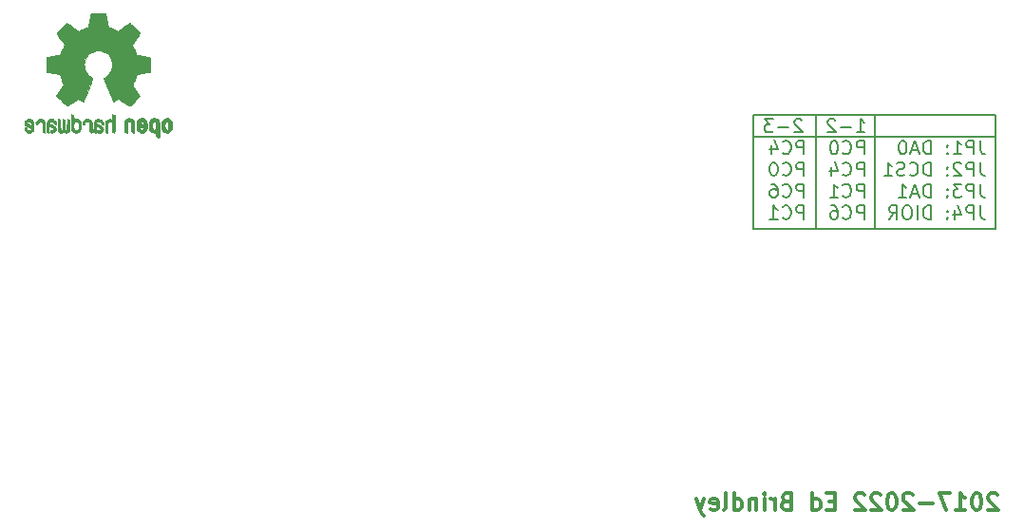
<source format=gbr>
%TF.GenerationSoftware,KiCad,Pcbnew,(6.0.6)*%
%TF.CreationDate,2022-07-25T23:07:27+01:00*%
%TF.ProjectId,rc2014-82c55-ide,72633230-3134-42d3-9832-6335352d6964,3-pre*%
%TF.SameCoordinates,Original*%
%TF.FileFunction,Legend,Bot*%
%TF.FilePolarity,Positive*%
%FSLAX46Y46*%
G04 Gerber Fmt 4.6, Leading zero omitted, Abs format (unit mm)*
G04 Created by KiCad (PCBNEW (6.0.6)) date 2022-07-25 23:07:27*
%MOMM*%
%LPD*%
G01*
G04 APERTURE LIST*
%ADD10C,0.200000*%
%ADD11C,0.300000*%
%ADD12C,0.010000*%
G04 APERTURE END LIST*
D10*
X147955000Y-125476000D02*
X147955000Y-135636000D01*
X137160000Y-125476000D02*
X158750000Y-125476000D01*
X158750000Y-125476000D02*
X158750000Y-135636000D01*
X158750000Y-135636000D02*
X137160000Y-135636000D01*
X137160000Y-135636000D02*
X137160000Y-125476000D01*
X142748000Y-125476000D02*
X142748000Y-135636000D01*
X158750000Y-127381000D02*
X137160000Y-127381000D01*
X146377314Y-127031657D02*
X147063028Y-127031657D01*
X146720171Y-127031657D02*
X146720171Y-125831657D01*
X146834457Y-126003085D01*
X146948742Y-126117371D01*
X147063028Y-126174514D01*
X145863028Y-126574514D02*
X144948742Y-126574514D01*
X144434457Y-125945942D02*
X144377314Y-125888800D01*
X144263028Y-125831657D01*
X143977314Y-125831657D01*
X143863028Y-125888800D01*
X143805885Y-125945942D01*
X143748742Y-126060228D01*
X143748742Y-126174514D01*
X143805885Y-126345942D01*
X144491600Y-127031657D01*
X143748742Y-127031657D01*
X141463028Y-125945942D02*
X141405885Y-125888800D01*
X141291600Y-125831657D01*
X141005885Y-125831657D01*
X140891600Y-125888800D01*
X140834457Y-125945942D01*
X140777314Y-126060228D01*
X140777314Y-126174514D01*
X140834457Y-126345942D01*
X141520171Y-127031657D01*
X140777314Y-127031657D01*
X140263028Y-126574514D02*
X139348742Y-126574514D01*
X138891600Y-125831657D02*
X138148742Y-125831657D01*
X138548742Y-126288800D01*
X138377314Y-126288800D01*
X138263028Y-126345942D01*
X138205885Y-126403085D01*
X138148742Y-126517371D01*
X138148742Y-126803085D01*
X138205885Y-126917371D01*
X138263028Y-126974514D01*
X138377314Y-127031657D01*
X138720171Y-127031657D01*
X138834457Y-126974514D01*
X138891600Y-126917371D01*
X147005885Y-128963657D02*
X147005885Y-127763657D01*
X146548742Y-127763657D01*
X146434457Y-127820800D01*
X146377314Y-127877942D01*
X146320171Y-127992228D01*
X146320171Y-128163657D01*
X146377314Y-128277942D01*
X146434457Y-128335085D01*
X146548742Y-128392228D01*
X147005885Y-128392228D01*
X145120171Y-128849371D02*
X145177314Y-128906514D01*
X145348742Y-128963657D01*
X145463028Y-128963657D01*
X145634457Y-128906514D01*
X145748742Y-128792228D01*
X145805885Y-128677942D01*
X145863028Y-128449371D01*
X145863028Y-128277942D01*
X145805885Y-128049371D01*
X145748742Y-127935085D01*
X145634457Y-127820800D01*
X145463028Y-127763657D01*
X145348742Y-127763657D01*
X145177314Y-127820800D01*
X145120171Y-127877942D01*
X144377314Y-127763657D02*
X144263028Y-127763657D01*
X144148742Y-127820800D01*
X144091600Y-127877942D01*
X144034457Y-127992228D01*
X143977314Y-128220800D01*
X143977314Y-128506514D01*
X144034457Y-128735085D01*
X144091600Y-128849371D01*
X144148742Y-128906514D01*
X144263028Y-128963657D01*
X144377314Y-128963657D01*
X144491600Y-128906514D01*
X144548742Y-128849371D01*
X144605885Y-128735085D01*
X144663028Y-128506514D01*
X144663028Y-128220800D01*
X144605885Y-127992228D01*
X144548742Y-127877942D01*
X144491600Y-127820800D01*
X144377314Y-127763657D01*
X141634457Y-128963657D02*
X141634457Y-127763657D01*
X141177314Y-127763657D01*
X141063028Y-127820800D01*
X141005885Y-127877942D01*
X140948742Y-127992228D01*
X140948742Y-128163657D01*
X141005885Y-128277942D01*
X141063028Y-128335085D01*
X141177314Y-128392228D01*
X141634457Y-128392228D01*
X139748742Y-128849371D02*
X139805885Y-128906514D01*
X139977314Y-128963657D01*
X140091600Y-128963657D01*
X140263028Y-128906514D01*
X140377314Y-128792228D01*
X140434457Y-128677942D01*
X140491600Y-128449371D01*
X140491600Y-128277942D01*
X140434457Y-128049371D01*
X140377314Y-127935085D01*
X140263028Y-127820800D01*
X140091600Y-127763657D01*
X139977314Y-127763657D01*
X139805885Y-127820800D01*
X139748742Y-127877942D01*
X138720171Y-128163657D02*
X138720171Y-128963657D01*
X139005885Y-127706514D02*
X139291600Y-128563657D01*
X138548742Y-128563657D01*
X147005885Y-130895657D02*
X147005885Y-129695657D01*
X146548742Y-129695657D01*
X146434457Y-129752800D01*
X146377314Y-129809942D01*
X146320171Y-129924228D01*
X146320171Y-130095657D01*
X146377314Y-130209942D01*
X146434457Y-130267085D01*
X146548742Y-130324228D01*
X147005885Y-130324228D01*
X145120171Y-130781371D02*
X145177314Y-130838514D01*
X145348742Y-130895657D01*
X145463028Y-130895657D01*
X145634457Y-130838514D01*
X145748742Y-130724228D01*
X145805885Y-130609942D01*
X145863028Y-130381371D01*
X145863028Y-130209942D01*
X145805885Y-129981371D01*
X145748742Y-129867085D01*
X145634457Y-129752800D01*
X145463028Y-129695657D01*
X145348742Y-129695657D01*
X145177314Y-129752800D01*
X145120171Y-129809942D01*
X144091600Y-130095657D02*
X144091600Y-130895657D01*
X144377314Y-129638514D02*
X144663028Y-130495657D01*
X143920171Y-130495657D01*
X141634457Y-130895657D02*
X141634457Y-129695657D01*
X141177314Y-129695657D01*
X141063028Y-129752800D01*
X141005885Y-129809942D01*
X140948742Y-129924228D01*
X140948742Y-130095657D01*
X141005885Y-130209942D01*
X141063028Y-130267085D01*
X141177314Y-130324228D01*
X141634457Y-130324228D01*
X139748742Y-130781371D02*
X139805885Y-130838514D01*
X139977314Y-130895657D01*
X140091600Y-130895657D01*
X140263028Y-130838514D01*
X140377314Y-130724228D01*
X140434457Y-130609942D01*
X140491600Y-130381371D01*
X140491600Y-130209942D01*
X140434457Y-129981371D01*
X140377314Y-129867085D01*
X140263028Y-129752800D01*
X140091600Y-129695657D01*
X139977314Y-129695657D01*
X139805885Y-129752800D01*
X139748742Y-129809942D01*
X139005885Y-129695657D02*
X138891600Y-129695657D01*
X138777314Y-129752800D01*
X138720171Y-129809942D01*
X138663028Y-129924228D01*
X138605885Y-130152800D01*
X138605885Y-130438514D01*
X138663028Y-130667085D01*
X138720171Y-130781371D01*
X138777314Y-130838514D01*
X138891600Y-130895657D01*
X139005885Y-130895657D01*
X139120171Y-130838514D01*
X139177314Y-130781371D01*
X139234457Y-130667085D01*
X139291600Y-130438514D01*
X139291600Y-130152800D01*
X139234457Y-129924228D01*
X139177314Y-129809942D01*
X139120171Y-129752800D01*
X139005885Y-129695657D01*
X147005885Y-132827657D02*
X147005885Y-131627657D01*
X146548742Y-131627657D01*
X146434457Y-131684800D01*
X146377314Y-131741942D01*
X146320171Y-131856228D01*
X146320171Y-132027657D01*
X146377314Y-132141942D01*
X146434457Y-132199085D01*
X146548742Y-132256228D01*
X147005885Y-132256228D01*
X145120171Y-132713371D02*
X145177314Y-132770514D01*
X145348742Y-132827657D01*
X145463028Y-132827657D01*
X145634457Y-132770514D01*
X145748742Y-132656228D01*
X145805885Y-132541942D01*
X145863028Y-132313371D01*
X145863028Y-132141942D01*
X145805885Y-131913371D01*
X145748742Y-131799085D01*
X145634457Y-131684800D01*
X145463028Y-131627657D01*
X145348742Y-131627657D01*
X145177314Y-131684800D01*
X145120171Y-131741942D01*
X143977314Y-132827657D02*
X144663028Y-132827657D01*
X144320171Y-132827657D02*
X144320171Y-131627657D01*
X144434457Y-131799085D01*
X144548742Y-131913371D01*
X144663028Y-131970514D01*
X141634457Y-132827657D02*
X141634457Y-131627657D01*
X141177314Y-131627657D01*
X141063028Y-131684800D01*
X141005885Y-131741942D01*
X140948742Y-131856228D01*
X140948742Y-132027657D01*
X141005885Y-132141942D01*
X141063028Y-132199085D01*
X141177314Y-132256228D01*
X141634457Y-132256228D01*
X139748742Y-132713371D02*
X139805885Y-132770514D01*
X139977314Y-132827657D01*
X140091600Y-132827657D01*
X140263028Y-132770514D01*
X140377314Y-132656228D01*
X140434457Y-132541942D01*
X140491600Y-132313371D01*
X140491600Y-132141942D01*
X140434457Y-131913371D01*
X140377314Y-131799085D01*
X140263028Y-131684800D01*
X140091600Y-131627657D01*
X139977314Y-131627657D01*
X139805885Y-131684800D01*
X139748742Y-131741942D01*
X138720171Y-131627657D02*
X138948742Y-131627657D01*
X139063028Y-131684800D01*
X139120171Y-131741942D01*
X139234457Y-131913371D01*
X139291600Y-132141942D01*
X139291600Y-132599085D01*
X139234457Y-132713371D01*
X139177314Y-132770514D01*
X139063028Y-132827657D01*
X138834457Y-132827657D01*
X138720171Y-132770514D01*
X138663028Y-132713371D01*
X138605885Y-132599085D01*
X138605885Y-132313371D01*
X138663028Y-132199085D01*
X138720171Y-132141942D01*
X138834457Y-132084800D01*
X139063028Y-132084800D01*
X139177314Y-132141942D01*
X139234457Y-132199085D01*
X139291600Y-132313371D01*
X147005885Y-134759657D02*
X147005885Y-133559657D01*
X146548742Y-133559657D01*
X146434457Y-133616800D01*
X146377314Y-133673942D01*
X146320171Y-133788228D01*
X146320171Y-133959657D01*
X146377314Y-134073942D01*
X146434457Y-134131085D01*
X146548742Y-134188228D01*
X147005885Y-134188228D01*
X145120171Y-134645371D02*
X145177314Y-134702514D01*
X145348742Y-134759657D01*
X145463028Y-134759657D01*
X145634457Y-134702514D01*
X145748742Y-134588228D01*
X145805885Y-134473942D01*
X145863028Y-134245371D01*
X145863028Y-134073942D01*
X145805885Y-133845371D01*
X145748742Y-133731085D01*
X145634457Y-133616800D01*
X145463028Y-133559657D01*
X145348742Y-133559657D01*
X145177314Y-133616800D01*
X145120171Y-133673942D01*
X144091600Y-133559657D02*
X144320171Y-133559657D01*
X144434457Y-133616800D01*
X144491600Y-133673942D01*
X144605885Y-133845371D01*
X144663028Y-134073942D01*
X144663028Y-134531085D01*
X144605885Y-134645371D01*
X144548742Y-134702514D01*
X144434457Y-134759657D01*
X144205885Y-134759657D01*
X144091600Y-134702514D01*
X144034457Y-134645371D01*
X143977314Y-134531085D01*
X143977314Y-134245371D01*
X144034457Y-134131085D01*
X144091600Y-134073942D01*
X144205885Y-134016800D01*
X144434457Y-134016800D01*
X144548742Y-134073942D01*
X144605885Y-134131085D01*
X144663028Y-134245371D01*
X141634457Y-134759657D02*
X141634457Y-133559657D01*
X141177314Y-133559657D01*
X141063028Y-133616800D01*
X141005885Y-133673942D01*
X140948742Y-133788228D01*
X140948742Y-133959657D01*
X141005885Y-134073942D01*
X141063028Y-134131085D01*
X141177314Y-134188228D01*
X141634457Y-134188228D01*
X139748742Y-134645371D02*
X139805885Y-134702514D01*
X139977314Y-134759657D01*
X140091600Y-134759657D01*
X140263028Y-134702514D01*
X140377314Y-134588228D01*
X140434457Y-134473942D01*
X140491600Y-134245371D01*
X140491600Y-134073942D01*
X140434457Y-133845371D01*
X140377314Y-133731085D01*
X140263028Y-133616800D01*
X140091600Y-133559657D01*
X139977314Y-133559657D01*
X139805885Y-133616800D01*
X139748742Y-133673942D01*
X138605885Y-134759657D02*
X139291600Y-134759657D01*
X138948742Y-134759657D02*
X138948742Y-133559657D01*
X139063028Y-133731085D01*
X139177314Y-133845371D01*
X139291600Y-133902514D01*
D11*
X158904285Y-159341428D02*
X158832857Y-159270000D01*
X158690000Y-159198571D01*
X158332857Y-159198571D01*
X158190000Y-159270000D01*
X158118571Y-159341428D01*
X158047142Y-159484285D01*
X158047142Y-159627142D01*
X158118571Y-159841428D01*
X158975714Y-160698571D01*
X158047142Y-160698571D01*
X157118571Y-159198571D02*
X156975714Y-159198571D01*
X156832857Y-159270000D01*
X156761428Y-159341428D01*
X156690000Y-159484285D01*
X156618571Y-159770000D01*
X156618571Y-160127142D01*
X156690000Y-160412857D01*
X156761428Y-160555714D01*
X156832857Y-160627142D01*
X156975714Y-160698571D01*
X157118571Y-160698571D01*
X157261428Y-160627142D01*
X157332857Y-160555714D01*
X157404285Y-160412857D01*
X157475714Y-160127142D01*
X157475714Y-159770000D01*
X157404285Y-159484285D01*
X157332857Y-159341428D01*
X157261428Y-159270000D01*
X157118571Y-159198571D01*
X155190000Y-160698571D02*
X156047142Y-160698571D01*
X155618571Y-160698571D02*
X155618571Y-159198571D01*
X155761428Y-159412857D01*
X155904285Y-159555714D01*
X156047142Y-159627142D01*
X154690000Y-159198571D02*
X153690000Y-159198571D01*
X154332857Y-160698571D01*
X153118571Y-160127142D02*
X151975714Y-160127142D01*
X151332857Y-159341428D02*
X151261428Y-159270000D01*
X151118571Y-159198571D01*
X150761428Y-159198571D01*
X150618571Y-159270000D01*
X150547142Y-159341428D01*
X150475714Y-159484285D01*
X150475714Y-159627142D01*
X150547142Y-159841428D01*
X151404285Y-160698571D01*
X150475714Y-160698571D01*
X149547142Y-159198571D02*
X149404285Y-159198571D01*
X149261428Y-159270000D01*
X149190000Y-159341428D01*
X149118571Y-159484285D01*
X149047142Y-159770000D01*
X149047142Y-160127142D01*
X149118571Y-160412857D01*
X149190000Y-160555714D01*
X149261428Y-160627142D01*
X149404285Y-160698571D01*
X149547142Y-160698571D01*
X149690000Y-160627142D01*
X149761428Y-160555714D01*
X149832857Y-160412857D01*
X149904285Y-160127142D01*
X149904285Y-159770000D01*
X149832857Y-159484285D01*
X149761428Y-159341428D01*
X149690000Y-159270000D01*
X149547142Y-159198571D01*
X148475714Y-159341428D02*
X148404285Y-159270000D01*
X148261428Y-159198571D01*
X147904285Y-159198571D01*
X147761428Y-159270000D01*
X147690000Y-159341428D01*
X147618571Y-159484285D01*
X147618571Y-159627142D01*
X147690000Y-159841428D01*
X148547142Y-160698571D01*
X147618571Y-160698571D01*
X147047142Y-159341428D02*
X146975714Y-159270000D01*
X146832857Y-159198571D01*
X146475714Y-159198571D01*
X146332857Y-159270000D01*
X146261428Y-159341428D01*
X146190000Y-159484285D01*
X146190000Y-159627142D01*
X146261428Y-159841428D01*
X147118571Y-160698571D01*
X146190000Y-160698571D01*
X144404285Y-159912857D02*
X143904285Y-159912857D01*
X143690000Y-160698571D02*
X144404285Y-160698571D01*
X144404285Y-159198571D01*
X143690000Y-159198571D01*
X142404285Y-160698571D02*
X142404285Y-159198571D01*
X142404285Y-160627142D02*
X142547142Y-160698571D01*
X142832857Y-160698571D01*
X142975714Y-160627142D01*
X143047142Y-160555714D01*
X143118571Y-160412857D01*
X143118571Y-159984285D01*
X143047142Y-159841428D01*
X142975714Y-159770000D01*
X142832857Y-159698571D01*
X142547142Y-159698571D01*
X142404285Y-159770000D01*
X140047142Y-159912857D02*
X139832857Y-159984285D01*
X139761428Y-160055714D01*
X139690000Y-160198571D01*
X139690000Y-160412857D01*
X139761428Y-160555714D01*
X139832857Y-160627142D01*
X139975714Y-160698571D01*
X140547142Y-160698571D01*
X140547142Y-159198571D01*
X140047142Y-159198571D01*
X139904285Y-159270000D01*
X139832857Y-159341428D01*
X139761428Y-159484285D01*
X139761428Y-159627142D01*
X139832857Y-159770000D01*
X139904285Y-159841428D01*
X140047142Y-159912857D01*
X140547142Y-159912857D01*
X139047142Y-160698571D02*
X139047142Y-159698571D01*
X139047142Y-159984285D02*
X138975714Y-159841428D01*
X138904285Y-159770000D01*
X138761428Y-159698571D01*
X138618571Y-159698571D01*
X138118571Y-160698571D02*
X138118571Y-159698571D01*
X138118571Y-159198571D02*
X138190000Y-159270000D01*
X138118571Y-159341428D01*
X138047142Y-159270000D01*
X138118571Y-159198571D01*
X138118571Y-159341428D01*
X137404285Y-159698571D02*
X137404285Y-160698571D01*
X137404285Y-159841428D02*
X137332857Y-159770000D01*
X137190000Y-159698571D01*
X136975714Y-159698571D01*
X136832857Y-159770000D01*
X136761428Y-159912857D01*
X136761428Y-160698571D01*
X135404285Y-160698571D02*
X135404285Y-159198571D01*
X135404285Y-160627142D02*
X135547142Y-160698571D01*
X135832857Y-160698571D01*
X135975714Y-160627142D01*
X136047142Y-160555714D01*
X136118571Y-160412857D01*
X136118571Y-159984285D01*
X136047142Y-159841428D01*
X135975714Y-159770000D01*
X135832857Y-159698571D01*
X135547142Y-159698571D01*
X135404285Y-159770000D01*
X134475714Y-160698571D02*
X134618571Y-160627142D01*
X134690000Y-160484285D01*
X134690000Y-159198571D01*
X133332857Y-160627142D02*
X133475714Y-160698571D01*
X133761428Y-160698571D01*
X133904285Y-160627142D01*
X133975714Y-160484285D01*
X133975714Y-159912857D01*
X133904285Y-159770000D01*
X133761428Y-159698571D01*
X133475714Y-159698571D01*
X133332857Y-159770000D01*
X133261428Y-159912857D01*
X133261428Y-160055714D01*
X133975714Y-160198571D01*
X132761428Y-159698571D02*
X132404285Y-160698571D01*
X132047142Y-159698571D02*
X132404285Y-160698571D01*
X132547142Y-161055714D01*
X132618571Y-161127142D01*
X132761428Y-161198571D01*
D10*
X157356428Y-127763657D02*
X157356428Y-128620800D01*
X157413571Y-128792228D01*
X157527857Y-128906514D01*
X157699285Y-128963657D01*
X157813571Y-128963657D01*
X156785000Y-128963657D02*
X156785000Y-127763657D01*
X156327857Y-127763657D01*
X156213571Y-127820800D01*
X156156428Y-127877942D01*
X156099285Y-127992228D01*
X156099285Y-128163657D01*
X156156428Y-128277942D01*
X156213571Y-128335085D01*
X156327857Y-128392228D01*
X156785000Y-128392228D01*
X154956428Y-128963657D02*
X155642142Y-128963657D01*
X155299285Y-128963657D02*
X155299285Y-127763657D01*
X155413571Y-127935085D01*
X155527857Y-128049371D01*
X155642142Y-128106514D01*
X154442142Y-128849371D02*
X154385000Y-128906514D01*
X154442142Y-128963657D01*
X154499285Y-128906514D01*
X154442142Y-128849371D01*
X154442142Y-128963657D01*
X154442142Y-128220800D02*
X154385000Y-128277942D01*
X154442142Y-128335085D01*
X154499285Y-128277942D01*
X154442142Y-128220800D01*
X154442142Y-128335085D01*
X152956428Y-128963657D02*
X152956428Y-127763657D01*
X152670714Y-127763657D01*
X152499285Y-127820800D01*
X152385000Y-127935085D01*
X152327857Y-128049371D01*
X152270714Y-128277942D01*
X152270714Y-128449371D01*
X152327857Y-128677942D01*
X152385000Y-128792228D01*
X152499285Y-128906514D01*
X152670714Y-128963657D01*
X152956428Y-128963657D01*
X151813571Y-128620800D02*
X151242142Y-128620800D01*
X151927857Y-128963657D02*
X151527857Y-127763657D01*
X151127857Y-128963657D01*
X150499285Y-127763657D02*
X150385000Y-127763657D01*
X150270714Y-127820800D01*
X150213571Y-127877942D01*
X150156428Y-127992228D01*
X150099285Y-128220800D01*
X150099285Y-128506514D01*
X150156428Y-128735085D01*
X150213571Y-128849371D01*
X150270714Y-128906514D01*
X150385000Y-128963657D01*
X150499285Y-128963657D01*
X150613571Y-128906514D01*
X150670714Y-128849371D01*
X150727857Y-128735085D01*
X150785000Y-128506514D01*
X150785000Y-128220800D01*
X150727857Y-127992228D01*
X150670714Y-127877942D01*
X150613571Y-127820800D01*
X150499285Y-127763657D01*
X157356428Y-129695657D02*
X157356428Y-130552800D01*
X157413571Y-130724228D01*
X157527857Y-130838514D01*
X157699285Y-130895657D01*
X157813571Y-130895657D01*
X156785000Y-130895657D02*
X156785000Y-129695657D01*
X156327857Y-129695657D01*
X156213571Y-129752800D01*
X156156428Y-129809942D01*
X156099285Y-129924228D01*
X156099285Y-130095657D01*
X156156428Y-130209942D01*
X156213571Y-130267085D01*
X156327857Y-130324228D01*
X156785000Y-130324228D01*
X155642142Y-129809942D02*
X155585000Y-129752800D01*
X155470714Y-129695657D01*
X155185000Y-129695657D01*
X155070714Y-129752800D01*
X155013571Y-129809942D01*
X154956428Y-129924228D01*
X154956428Y-130038514D01*
X155013571Y-130209942D01*
X155699285Y-130895657D01*
X154956428Y-130895657D01*
X154442142Y-130781371D02*
X154385000Y-130838514D01*
X154442142Y-130895657D01*
X154499285Y-130838514D01*
X154442142Y-130781371D01*
X154442142Y-130895657D01*
X154442142Y-130152800D02*
X154385000Y-130209942D01*
X154442142Y-130267085D01*
X154499285Y-130209942D01*
X154442142Y-130152800D01*
X154442142Y-130267085D01*
X152956428Y-130895657D02*
X152956428Y-129695657D01*
X152670714Y-129695657D01*
X152499285Y-129752800D01*
X152385000Y-129867085D01*
X152327857Y-129981371D01*
X152270714Y-130209942D01*
X152270714Y-130381371D01*
X152327857Y-130609942D01*
X152385000Y-130724228D01*
X152499285Y-130838514D01*
X152670714Y-130895657D01*
X152956428Y-130895657D01*
X151070714Y-130781371D02*
X151127857Y-130838514D01*
X151299285Y-130895657D01*
X151413571Y-130895657D01*
X151585000Y-130838514D01*
X151699285Y-130724228D01*
X151756428Y-130609942D01*
X151813571Y-130381371D01*
X151813571Y-130209942D01*
X151756428Y-129981371D01*
X151699285Y-129867085D01*
X151585000Y-129752800D01*
X151413571Y-129695657D01*
X151299285Y-129695657D01*
X151127857Y-129752800D01*
X151070714Y-129809942D01*
X150613571Y-130838514D02*
X150442142Y-130895657D01*
X150156428Y-130895657D01*
X150042142Y-130838514D01*
X149985000Y-130781371D01*
X149927857Y-130667085D01*
X149927857Y-130552800D01*
X149985000Y-130438514D01*
X150042142Y-130381371D01*
X150156428Y-130324228D01*
X150385000Y-130267085D01*
X150499285Y-130209942D01*
X150556428Y-130152800D01*
X150613571Y-130038514D01*
X150613571Y-129924228D01*
X150556428Y-129809942D01*
X150499285Y-129752800D01*
X150385000Y-129695657D01*
X150099285Y-129695657D01*
X149927857Y-129752800D01*
X148785000Y-130895657D02*
X149470714Y-130895657D01*
X149127857Y-130895657D02*
X149127857Y-129695657D01*
X149242142Y-129867085D01*
X149356428Y-129981371D01*
X149470714Y-130038514D01*
X157356428Y-131627657D02*
X157356428Y-132484800D01*
X157413571Y-132656228D01*
X157527857Y-132770514D01*
X157699285Y-132827657D01*
X157813571Y-132827657D01*
X156785000Y-132827657D02*
X156785000Y-131627657D01*
X156327857Y-131627657D01*
X156213571Y-131684800D01*
X156156428Y-131741942D01*
X156099285Y-131856228D01*
X156099285Y-132027657D01*
X156156428Y-132141942D01*
X156213571Y-132199085D01*
X156327857Y-132256228D01*
X156785000Y-132256228D01*
X155699285Y-131627657D02*
X154956428Y-131627657D01*
X155356428Y-132084800D01*
X155185000Y-132084800D01*
X155070714Y-132141942D01*
X155013571Y-132199085D01*
X154956428Y-132313371D01*
X154956428Y-132599085D01*
X155013571Y-132713371D01*
X155070714Y-132770514D01*
X155185000Y-132827657D01*
X155527857Y-132827657D01*
X155642142Y-132770514D01*
X155699285Y-132713371D01*
X154442142Y-132713371D02*
X154385000Y-132770514D01*
X154442142Y-132827657D01*
X154499285Y-132770514D01*
X154442142Y-132713371D01*
X154442142Y-132827657D01*
X154442142Y-132084800D02*
X154385000Y-132141942D01*
X154442142Y-132199085D01*
X154499285Y-132141942D01*
X154442142Y-132084800D01*
X154442142Y-132199085D01*
X152956428Y-132827657D02*
X152956428Y-131627657D01*
X152670714Y-131627657D01*
X152499285Y-131684800D01*
X152385000Y-131799085D01*
X152327857Y-131913371D01*
X152270714Y-132141942D01*
X152270714Y-132313371D01*
X152327857Y-132541942D01*
X152385000Y-132656228D01*
X152499285Y-132770514D01*
X152670714Y-132827657D01*
X152956428Y-132827657D01*
X151813571Y-132484800D02*
X151242142Y-132484800D01*
X151927857Y-132827657D02*
X151527857Y-131627657D01*
X151127857Y-132827657D01*
X150099285Y-132827657D02*
X150785000Y-132827657D01*
X150442142Y-132827657D02*
X150442142Y-131627657D01*
X150556428Y-131799085D01*
X150670714Y-131913371D01*
X150785000Y-131970514D01*
X157356428Y-133559657D02*
X157356428Y-134416800D01*
X157413571Y-134588228D01*
X157527857Y-134702514D01*
X157699285Y-134759657D01*
X157813571Y-134759657D01*
X156785000Y-134759657D02*
X156785000Y-133559657D01*
X156327857Y-133559657D01*
X156213571Y-133616800D01*
X156156428Y-133673942D01*
X156099285Y-133788228D01*
X156099285Y-133959657D01*
X156156428Y-134073942D01*
X156213571Y-134131085D01*
X156327857Y-134188228D01*
X156785000Y-134188228D01*
X155070714Y-133959657D02*
X155070714Y-134759657D01*
X155356428Y-133502514D02*
X155642142Y-134359657D01*
X154899285Y-134359657D01*
X154442142Y-134645371D02*
X154385000Y-134702514D01*
X154442142Y-134759657D01*
X154499285Y-134702514D01*
X154442142Y-134645371D01*
X154442142Y-134759657D01*
X154442142Y-134016800D02*
X154385000Y-134073942D01*
X154442142Y-134131085D01*
X154499285Y-134073942D01*
X154442142Y-134016800D01*
X154442142Y-134131085D01*
X152956428Y-134759657D02*
X152956428Y-133559657D01*
X152670714Y-133559657D01*
X152499285Y-133616800D01*
X152385000Y-133731085D01*
X152327857Y-133845371D01*
X152270714Y-134073942D01*
X152270714Y-134245371D01*
X152327857Y-134473942D01*
X152385000Y-134588228D01*
X152499285Y-134702514D01*
X152670714Y-134759657D01*
X152956428Y-134759657D01*
X151756428Y-134759657D02*
X151756428Y-133559657D01*
X150956428Y-133559657D02*
X150727857Y-133559657D01*
X150613571Y-133616800D01*
X150499285Y-133731085D01*
X150442142Y-133959657D01*
X150442142Y-134359657D01*
X150499285Y-134588228D01*
X150613571Y-134702514D01*
X150727857Y-134759657D01*
X150956428Y-134759657D01*
X151070714Y-134702514D01*
X151185000Y-134588228D01*
X151242142Y-134359657D01*
X151242142Y-133959657D01*
X151185000Y-133731085D01*
X151070714Y-133616800D01*
X150956428Y-133559657D01*
X149242142Y-134759657D02*
X149642142Y-134188228D01*
X149927857Y-134759657D02*
X149927857Y-133559657D01*
X149470714Y-133559657D01*
X149356428Y-133616800D01*
X149299285Y-133673942D01*
X149242142Y-133788228D01*
X149242142Y-133959657D01*
X149299285Y-134073942D01*
X149356428Y-134131085D01*
X149470714Y-134188228D01*
X149927857Y-134188228D01*
%TO.C,REF\u002A\u002A\u002A*%
G36*
X80104885Y-125438997D02*
G01*
X80199770Y-125479020D01*
X80199770Y-126268706D01*
X80199769Y-126277920D01*
X80199377Y-126485083D01*
X80198329Y-126671432D01*
X80196722Y-126829453D01*
X80194655Y-126951630D01*
X80192225Y-127030448D01*
X80189529Y-127058391D01*
X80188475Y-127058297D01*
X80152647Y-127048144D01*
X80087345Y-127026339D01*
X79995402Y-126994288D01*
X79995402Y-126582991D01*
X79994818Y-126421385D01*
X79992104Y-126304177D01*
X79985858Y-126224415D01*
X79974680Y-126171531D01*
X79957168Y-126134957D01*
X79931922Y-126104123D01*
X79914710Y-126087725D01*
X79821636Y-126042307D01*
X79719051Y-126046328D01*
X79625043Y-126100032D01*
X79611358Y-126113359D01*
X79589439Y-126141032D01*
X79574440Y-126177614D01*
X79565053Y-126233000D01*
X79559968Y-126317088D01*
X79557877Y-126439773D01*
X79557471Y-126610951D01*
X79557276Y-126697769D01*
X79556010Y-126840565D01*
X79553761Y-126954923D01*
X79550758Y-127030860D01*
X79547230Y-127058391D01*
X79546176Y-127058297D01*
X79510348Y-127048144D01*
X79445046Y-127026339D01*
X79353103Y-126994288D01*
X79353149Y-126581109D01*
X79353218Y-126544326D01*
X79357081Y-126352580D01*
X79368950Y-126207586D01*
X79391725Y-126099510D01*
X79428307Y-126018519D01*
X79481595Y-125954778D01*
X79554490Y-125898455D01*
X79625586Y-125863199D01*
X79739255Y-125835946D01*
X79851060Y-125834398D01*
X79937011Y-125860910D01*
X79943473Y-125864571D01*
X79963401Y-125864179D01*
X79977019Y-125833506D01*
X79986846Y-125763188D01*
X79995402Y-125643857D01*
X80010000Y-125398973D01*
X80104885Y-125438997D01*
G37*
D12*
X80104885Y-125438997D02*
X80199770Y-125479020D01*
X80199770Y-126268706D01*
X80199769Y-126277920D01*
X80199377Y-126485083D01*
X80198329Y-126671432D01*
X80196722Y-126829453D01*
X80194655Y-126951630D01*
X80192225Y-127030448D01*
X80189529Y-127058391D01*
X80188475Y-127058297D01*
X80152647Y-127048144D01*
X80087345Y-127026339D01*
X79995402Y-126994288D01*
X79995402Y-126582991D01*
X79994818Y-126421385D01*
X79992104Y-126304177D01*
X79985858Y-126224415D01*
X79974680Y-126171531D01*
X79957168Y-126134957D01*
X79931922Y-126104123D01*
X79914710Y-126087725D01*
X79821636Y-126042307D01*
X79719051Y-126046328D01*
X79625043Y-126100032D01*
X79611358Y-126113359D01*
X79589439Y-126141032D01*
X79574440Y-126177614D01*
X79565053Y-126233000D01*
X79559968Y-126317088D01*
X79557877Y-126439773D01*
X79557471Y-126610951D01*
X79557276Y-126697769D01*
X79556010Y-126840565D01*
X79553761Y-126954923D01*
X79550758Y-127030860D01*
X79547230Y-127058391D01*
X79546176Y-127058297D01*
X79510348Y-127048144D01*
X79445046Y-127026339D01*
X79353103Y-126994288D01*
X79353149Y-126581109D01*
X79353218Y-126544326D01*
X79357081Y-126352580D01*
X79368950Y-126207586D01*
X79391725Y-126099510D01*
X79428307Y-126018519D01*
X79481595Y-125954778D01*
X79554490Y-125898455D01*
X79625586Y-125863199D01*
X79739255Y-125835946D01*
X79851060Y-125834398D01*
X79937011Y-125860910D01*
X79943473Y-125864571D01*
X79963401Y-125864179D01*
X79977019Y-125833506D01*
X79986846Y-125763188D01*
X79995402Y-125643857D01*
X80010000Y-125398973D01*
X80104885Y-125438997D01*
G36*
X77950872Y-125875536D02*
G01*
X77960090Y-125880638D01*
X78035381Y-125939080D01*
X78102698Y-126014215D01*
X78114439Y-126031196D01*
X78136883Y-126070825D01*
X78152918Y-126117858D01*
X78163945Y-126182492D01*
X78171365Y-126274923D01*
X78176579Y-126405349D01*
X78180989Y-126583965D01*
X78181614Y-126614162D01*
X78183620Y-126809941D01*
X78180792Y-126948603D01*
X78173088Y-127031103D01*
X78160466Y-127058391D01*
X78122267Y-127050220D01*
X78057374Y-127025463D01*
X78042094Y-127018223D01*
X78018227Y-127001835D01*
X78001769Y-126974893D01*
X77991005Y-126927833D01*
X77984219Y-126851088D01*
X77979693Y-126735095D01*
X77975713Y-126570287D01*
X77974622Y-126522112D01*
X77970407Y-126369960D01*
X77964936Y-126263476D01*
X77956554Y-126192565D01*
X77943606Y-126147129D01*
X77924439Y-126117072D01*
X77897398Y-126092296D01*
X77817337Y-126048861D01*
X77718846Y-126040498D01*
X77630719Y-126073734D01*
X77567314Y-126142548D01*
X77542988Y-126240920D01*
X77542311Y-126267658D01*
X77529024Y-126316065D01*
X77489796Y-126323450D01*
X77412983Y-126294624D01*
X77395192Y-126285378D01*
X77347109Y-126231006D01*
X77346157Y-126150161D01*
X77391968Y-126038352D01*
X77433990Y-125977419D01*
X77541435Y-125890859D01*
X77674057Y-125841920D01*
X77815867Y-125835260D01*
X77950872Y-125875536D01*
G37*
X77950872Y-125875536D02*
X77960090Y-125880638D01*
X78035381Y-125939080D01*
X78102698Y-126014215D01*
X78114439Y-126031196D01*
X78136883Y-126070825D01*
X78152918Y-126117858D01*
X78163945Y-126182492D01*
X78171365Y-126274923D01*
X78176579Y-126405349D01*
X78180989Y-126583965D01*
X78181614Y-126614162D01*
X78183620Y-126809941D01*
X78180792Y-126948603D01*
X78173088Y-127031103D01*
X78160466Y-127058391D01*
X78122267Y-127050220D01*
X78057374Y-127025463D01*
X78042094Y-127018223D01*
X78018227Y-127001835D01*
X78001769Y-126974893D01*
X77991005Y-126927833D01*
X77984219Y-126851088D01*
X77979693Y-126735095D01*
X77975713Y-126570287D01*
X77974622Y-126522112D01*
X77970407Y-126369960D01*
X77964936Y-126263476D01*
X77956554Y-126192565D01*
X77943606Y-126147129D01*
X77924439Y-126117072D01*
X77897398Y-126092296D01*
X77817337Y-126048861D01*
X77718846Y-126040498D01*
X77630719Y-126073734D01*
X77567314Y-126142548D01*
X77542988Y-126240920D01*
X77542311Y-126267658D01*
X77529024Y-126316065D01*
X77489796Y-126323450D01*
X77412983Y-126294624D01*
X77395192Y-126285378D01*
X77347109Y-126231006D01*
X77346157Y-126150161D01*
X77391968Y-126038352D01*
X77433990Y-125977419D01*
X77541435Y-125890859D01*
X77674057Y-125841920D01*
X77815867Y-125835260D01*
X77950872Y-125875536D01*
G36*
X77190219Y-126559135D02*
G01*
X77173739Y-126714320D01*
X77137883Y-126830612D01*
X77078455Y-126919411D01*
X76991257Y-126992119D01*
X76908195Y-127034150D01*
X76768709Y-127057538D01*
X76629412Y-127031965D01*
X76503510Y-126960694D01*
X76404210Y-126846991D01*
X76392219Y-126826024D01*
X76376384Y-126789291D01*
X76364638Y-126742415D01*
X76356378Y-126677355D01*
X76350998Y-126586070D01*
X76347892Y-126460519D01*
X76347797Y-126449379D01*
X76550345Y-126449379D01*
X76551035Y-126555644D01*
X76555400Y-126651762D01*
X76566192Y-126713811D01*
X76586126Y-126755502D01*
X76617916Y-126790543D01*
X76625364Y-126797279D01*
X76721060Y-126846992D01*
X76822312Y-126841905D01*
X76916614Y-126782362D01*
X76944694Y-126751514D01*
X76968196Y-126710618D01*
X76981322Y-126654080D01*
X76987030Y-126567657D01*
X76988276Y-126437106D01*
X76987661Y-126337487D01*
X76983407Y-126240251D01*
X76972682Y-126177502D01*
X76952707Y-126135382D01*
X76920704Y-126100032D01*
X76901905Y-126084114D01*
X76804492Y-126041235D01*
X76702437Y-126047985D01*
X76613825Y-126104123D01*
X76594749Y-126126382D01*
X76571486Y-126168293D01*
X76558036Y-126226822D01*
X76551841Y-126315880D01*
X76550345Y-126449379D01*
X76347797Y-126449379D01*
X76346457Y-126292661D01*
X76346086Y-126074455D01*
X76345977Y-125397072D01*
X76440862Y-125436819D01*
X76465949Y-125447699D01*
X76505881Y-125472268D01*
X76528739Y-125509475D01*
X76541301Y-125574541D01*
X76550345Y-125682687D01*
X76558605Y-125779788D01*
X76569523Y-125843535D01*
X76585165Y-125867323D01*
X76608736Y-125860943D01*
X76668801Y-125838525D01*
X76776145Y-125832967D01*
X76891624Y-125853728D01*
X76991257Y-125898455D01*
X77046072Y-125939856D01*
X77116452Y-126020632D01*
X77161528Y-126124195D01*
X77185496Y-126261947D01*
X77192239Y-126437106D01*
X77192553Y-126445287D01*
X77190219Y-126559135D01*
G37*
X77190219Y-126559135D02*
X77173739Y-126714320D01*
X77137883Y-126830612D01*
X77078455Y-126919411D01*
X76991257Y-126992119D01*
X76908195Y-127034150D01*
X76768709Y-127057538D01*
X76629412Y-127031965D01*
X76503510Y-126960694D01*
X76404210Y-126846991D01*
X76392219Y-126826024D01*
X76376384Y-126789291D01*
X76364638Y-126742415D01*
X76356378Y-126677355D01*
X76350998Y-126586070D01*
X76347892Y-126460519D01*
X76347797Y-126449379D01*
X76550345Y-126449379D01*
X76551035Y-126555644D01*
X76555400Y-126651762D01*
X76566192Y-126713811D01*
X76586126Y-126755502D01*
X76617916Y-126790543D01*
X76625364Y-126797279D01*
X76721060Y-126846992D01*
X76822312Y-126841905D01*
X76916614Y-126782362D01*
X76944694Y-126751514D01*
X76968196Y-126710618D01*
X76981322Y-126654080D01*
X76987030Y-126567657D01*
X76988276Y-126437106D01*
X76987661Y-126337487D01*
X76983407Y-126240251D01*
X76972682Y-126177502D01*
X76952707Y-126135382D01*
X76920704Y-126100032D01*
X76901905Y-126084114D01*
X76804492Y-126041235D01*
X76702437Y-126047985D01*
X76613825Y-126104123D01*
X76594749Y-126126382D01*
X76571486Y-126168293D01*
X76558036Y-126226822D01*
X76551841Y-126315880D01*
X76550345Y-126449379D01*
X76347797Y-126449379D01*
X76346457Y-126292661D01*
X76346086Y-126074455D01*
X76345977Y-125397072D01*
X76440862Y-125436819D01*
X76465949Y-125447699D01*
X76505881Y-125472268D01*
X76528739Y-125509475D01*
X76541301Y-125574541D01*
X76550345Y-125682687D01*
X76558605Y-125779788D01*
X76569523Y-125843535D01*
X76585165Y-125867323D01*
X76608736Y-125860943D01*
X76668801Y-125838525D01*
X76776145Y-125832967D01*
X76891624Y-125853728D01*
X76991257Y-125898455D01*
X77046072Y-125939856D01*
X77116452Y-126020632D01*
X77161528Y-126124195D01*
X77185496Y-126261947D01*
X77192239Y-126437106D01*
X77192553Y-126445287D01*
X77190219Y-126559135D01*
G36*
X72987744Y-126528946D02*
G01*
X72980612Y-126682254D01*
X72961948Y-126794441D01*
X72927537Y-126877554D01*
X72873162Y-126943641D01*
X72794610Y-127004747D01*
X72744630Y-127032535D01*
X72664513Y-127051251D01*
X72551970Y-127049774D01*
X72489050Y-127043845D01*
X72413153Y-127025742D01*
X72352487Y-126986391D01*
X72281912Y-126913066D01*
X72272482Y-126902356D01*
X72209034Y-126819938D01*
X72178762Y-126748156D01*
X72171034Y-126663034D01*
X72171034Y-126537946D01*
X72258447Y-126570940D01*
X72322175Y-126609509D01*
X72377567Y-126700008D01*
X72389131Y-126728983D01*
X72453788Y-126811041D01*
X72541804Y-126852347D01*
X72637637Y-126848633D01*
X72725747Y-126795632D01*
X72756028Y-126762582D01*
X72783489Y-126712720D01*
X72774899Y-126667416D01*
X72725463Y-126620790D01*
X72630389Y-126566958D01*
X72484885Y-126500039D01*
X72185632Y-126369056D01*
X72177691Y-126239298D01*
X72180676Y-126156649D01*
X72375652Y-126156649D01*
X72390453Y-126207815D01*
X72457797Y-126262442D01*
X72580027Y-126324597D01*
X72600253Y-126333601D01*
X72696970Y-126375493D01*
X72769334Y-126404958D01*
X72802961Y-126416092D01*
X72808056Y-126407896D01*
X72810101Y-126357853D01*
X72802812Y-126277414D01*
X72784452Y-126198753D01*
X72727188Y-126099651D01*
X72644524Y-126043808D01*
X72545784Y-126036250D01*
X72440289Y-126082000D01*
X72411053Y-126104876D01*
X72375652Y-126156649D01*
X72180676Y-126156649D01*
X72181196Y-126142255D01*
X72225336Y-126019617D01*
X72281050Y-125952034D01*
X72396561Y-125876540D01*
X72533588Y-125838403D01*
X72675237Y-125841422D01*
X72804617Y-125889393D01*
X72833099Y-125907813D01*
X72898428Y-125964811D01*
X72943106Y-126036916D01*
X72970641Y-126134853D01*
X72984541Y-126269351D01*
X72986378Y-126357853D01*
X72988313Y-126451136D01*
X72987744Y-126528946D01*
G37*
X72987744Y-126528946D02*
X72980612Y-126682254D01*
X72961948Y-126794441D01*
X72927537Y-126877554D01*
X72873162Y-126943641D01*
X72794610Y-127004747D01*
X72744630Y-127032535D01*
X72664513Y-127051251D01*
X72551970Y-127049774D01*
X72489050Y-127043845D01*
X72413153Y-127025742D01*
X72352487Y-126986391D01*
X72281912Y-126913066D01*
X72272482Y-126902356D01*
X72209034Y-126819938D01*
X72178762Y-126748156D01*
X72171034Y-126663034D01*
X72171034Y-126537946D01*
X72258447Y-126570940D01*
X72322175Y-126609509D01*
X72377567Y-126700008D01*
X72389131Y-126728983D01*
X72453788Y-126811041D01*
X72541804Y-126852347D01*
X72637637Y-126848633D01*
X72725747Y-126795632D01*
X72756028Y-126762582D01*
X72783489Y-126712720D01*
X72774899Y-126667416D01*
X72725463Y-126620790D01*
X72630389Y-126566958D01*
X72484885Y-126500039D01*
X72185632Y-126369056D01*
X72177691Y-126239298D01*
X72180676Y-126156649D01*
X72375652Y-126156649D01*
X72390453Y-126207815D01*
X72457797Y-126262442D01*
X72580027Y-126324597D01*
X72600253Y-126333601D01*
X72696970Y-126375493D01*
X72769334Y-126404958D01*
X72802961Y-126416092D01*
X72808056Y-126407896D01*
X72810101Y-126357853D01*
X72802812Y-126277414D01*
X72784452Y-126198753D01*
X72727188Y-126099651D01*
X72644524Y-126043808D01*
X72545784Y-126036250D01*
X72440289Y-126082000D01*
X72411053Y-126104876D01*
X72375652Y-126156649D01*
X72180676Y-126156649D01*
X72181196Y-126142255D01*
X72225336Y-126019617D01*
X72281050Y-125952034D01*
X72396561Y-125876540D01*
X72533588Y-125838403D01*
X72675237Y-125841422D01*
X72804617Y-125889393D01*
X72833099Y-125907813D01*
X72898428Y-125964811D01*
X72943106Y-126036916D01*
X72970641Y-126134853D01*
X72984541Y-126269351D01*
X72986378Y-126357853D01*
X72988313Y-126451136D01*
X72987744Y-126528946D01*
G36*
X84193668Y-126773736D02*
G01*
X84194471Y-126838785D01*
X84197040Y-127056260D01*
X84197556Y-127222672D01*
X84194437Y-127343846D01*
X84186100Y-127425607D01*
X84170962Y-127473781D01*
X84147441Y-127494194D01*
X84113956Y-127492672D01*
X84068923Y-127475039D01*
X84010761Y-127447121D01*
X83998332Y-127441164D01*
X83946578Y-127412006D01*
X83919550Y-127377314D01*
X83909207Y-127319470D01*
X83907509Y-127220857D01*
X83907433Y-127043793D01*
X83725038Y-127043793D01*
X83612840Y-127038880D01*
X83524620Y-127018953D01*
X83451358Y-126978678D01*
X83445896Y-126974741D01*
X83371558Y-126908243D01*
X83319823Y-126827908D01*
X83287196Y-126722758D01*
X83270182Y-126581815D01*
X83266030Y-126422588D01*
X83557241Y-126422588D01*
X83557291Y-126449276D01*
X83560064Y-126569738D01*
X83568967Y-126648484D01*
X83586617Y-126699618D01*
X83615632Y-126737241D01*
X83617440Y-126739038D01*
X83688753Y-126787720D01*
X83757865Y-126782921D01*
X83835925Y-126723971D01*
X83855019Y-126703823D01*
X83883142Y-126662515D01*
X83899000Y-126608787D01*
X83906009Y-126527326D01*
X83907586Y-126402821D01*
X83906220Y-126327445D01*
X83891402Y-126190362D01*
X83857579Y-126100548D01*
X83801389Y-126051460D01*
X83719472Y-126036552D01*
X83684956Y-126039729D01*
X83625235Y-126071254D01*
X83585752Y-126141505D01*
X83563942Y-126256583D01*
X83557241Y-126422588D01*
X83266030Y-126422588D01*
X83265287Y-126394101D01*
X83266371Y-126257122D01*
X83271307Y-126153364D01*
X83282272Y-126081412D01*
X83301438Y-126027500D01*
X83330977Y-125977864D01*
X83358092Y-125939931D01*
X83456550Y-125837522D01*
X83568100Y-125781903D01*
X83708246Y-125764297D01*
X83868635Y-125781847D01*
X84007288Y-125844797D01*
X84116951Y-125955824D01*
X84125218Y-125967578D01*
X84144499Y-125998813D01*
X84159269Y-126034507D01*
X84170254Y-126082364D01*
X84178174Y-126150087D01*
X84183753Y-126245382D01*
X84187713Y-126375952D01*
X84188188Y-126402821D01*
X84190778Y-126549502D01*
X84193668Y-126773736D01*
G37*
X84193668Y-126773736D02*
X84194471Y-126838785D01*
X84197040Y-127056260D01*
X84197556Y-127222672D01*
X84194437Y-127343846D01*
X84186100Y-127425607D01*
X84170962Y-127473781D01*
X84147441Y-127494194D01*
X84113956Y-127492672D01*
X84068923Y-127475039D01*
X84010761Y-127447121D01*
X83998332Y-127441164D01*
X83946578Y-127412006D01*
X83919550Y-127377314D01*
X83909207Y-127319470D01*
X83907509Y-127220857D01*
X83907433Y-127043793D01*
X83725038Y-127043793D01*
X83612840Y-127038880D01*
X83524620Y-127018953D01*
X83451358Y-126978678D01*
X83445896Y-126974741D01*
X83371558Y-126908243D01*
X83319823Y-126827908D01*
X83287196Y-126722758D01*
X83270182Y-126581815D01*
X83266030Y-126422588D01*
X83557241Y-126422588D01*
X83557291Y-126449276D01*
X83560064Y-126569738D01*
X83568967Y-126648484D01*
X83586617Y-126699618D01*
X83615632Y-126737241D01*
X83617440Y-126739038D01*
X83688753Y-126787720D01*
X83757865Y-126782921D01*
X83835925Y-126723971D01*
X83855019Y-126703823D01*
X83883142Y-126662515D01*
X83899000Y-126608787D01*
X83906009Y-126527326D01*
X83907586Y-126402821D01*
X83906220Y-126327445D01*
X83891402Y-126190362D01*
X83857579Y-126100548D01*
X83801389Y-126051460D01*
X83719472Y-126036552D01*
X83684956Y-126039729D01*
X83625235Y-126071254D01*
X83585752Y-126141505D01*
X83563942Y-126256583D01*
X83557241Y-126422588D01*
X83266030Y-126422588D01*
X83265287Y-126394101D01*
X83266371Y-126257122D01*
X83271307Y-126153364D01*
X83282272Y-126081412D01*
X83301438Y-126027500D01*
X83330977Y-125977864D01*
X83358092Y-125939931D01*
X83456550Y-125837522D01*
X83568100Y-125781903D01*
X83708246Y-125764297D01*
X83868635Y-125781847D01*
X84007288Y-125844797D01*
X84116951Y-125955824D01*
X84125218Y-125967578D01*
X84144499Y-125998813D01*
X84159269Y-126034507D01*
X84170254Y-126082364D01*
X84178174Y-126150087D01*
X84183753Y-126245382D01*
X84187713Y-126375952D01*
X84188188Y-126402821D01*
X84190778Y-126549502D01*
X84193668Y-126773736D01*
G36*
X83080168Y-126554639D02*
G01*
X83074926Y-126601526D01*
X83035868Y-126768409D01*
X82965290Y-126895326D01*
X82857955Y-126992602D01*
X82851888Y-126996616D01*
X82715440Y-127053706D01*
X82572973Y-127058786D01*
X82435696Y-127015311D01*
X82314819Y-126926734D01*
X82221552Y-126796509D01*
X82219986Y-126793369D01*
X82188993Y-126712501D01*
X82166292Y-126620593D01*
X82154250Y-126534311D01*
X82155237Y-126470321D01*
X82171623Y-126445287D01*
X82186179Y-126446809D01*
X82255792Y-126474496D01*
X82334697Y-126525409D01*
X82401820Y-126584343D01*
X82436087Y-126636094D01*
X82471707Y-126706291D01*
X82544711Y-126770138D01*
X82629485Y-126795632D01*
X82660558Y-126788261D01*
X82721891Y-126751154D01*
X82775315Y-126699644D01*
X82798161Y-126652913D01*
X82798154Y-126652740D01*
X82772233Y-126631280D01*
X82703127Y-126592565D01*
X82601249Y-126542037D01*
X82477011Y-126485134D01*
X82476328Y-126484833D01*
X82341355Y-126424738D01*
X82250884Y-126381440D01*
X82196039Y-126348179D01*
X82167944Y-126318194D01*
X82157724Y-126284726D01*
X82156503Y-126241015D01*
X82164996Y-126158244D01*
X82453219Y-126158244D01*
X82482970Y-126184265D01*
X82557101Y-126223256D01*
X82559274Y-126224359D01*
X82646733Y-126266009D01*
X82724974Y-126299235D01*
X82774611Y-126313291D01*
X82794521Y-126294503D01*
X82798161Y-126230124D01*
X82783035Y-126150001D01*
X82730597Y-126077189D01*
X82654677Y-126039439D01*
X82570040Y-126043251D01*
X82491447Y-126095121D01*
X82460555Y-126130965D01*
X82453219Y-126158244D01*
X82164996Y-126158244D01*
X82167251Y-126136265D01*
X82220389Y-125993949D01*
X82309342Y-125882111D01*
X82424448Y-125804676D01*
X82556045Y-125765568D01*
X82694472Y-125768711D01*
X82830065Y-125818030D01*
X82953164Y-125917447D01*
X83021366Y-126015829D01*
X83070356Y-126156261D01*
X83078322Y-126230124D01*
X83089452Y-126333329D01*
X83080168Y-126554639D01*
G37*
X83080168Y-126554639D02*
X83074926Y-126601526D01*
X83035868Y-126768409D01*
X82965290Y-126895326D01*
X82857955Y-126992602D01*
X82851888Y-126996616D01*
X82715440Y-127053706D01*
X82572973Y-127058786D01*
X82435696Y-127015311D01*
X82314819Y-126926734D01*
X82221552Y-126796509D01*
X82219986Y-126793369D01*
X82188993Y-126712501D01*
X82166292Y-126620593D01*
X82154250Y-126534311D01*
X82155237Y-126470321D01*
X82171623Y-126445287D01*
X82186179Y-126446809D01*
X82255792Y-126474496D01*
X82334697Y-126525409D01*
X82401820Y-126584343D01*
X82436087Y-126636094D01*
X82471707Y-126706291D01*
X82544711Y-126770138D01*
X82629485Y-126795632D01*
X82660558Y-126788261D01*
X82721891Y-126751154D01*
X82775315Y-126699644D01*
X82798161Y-126652913D01*
X82798154Y-126652740D01*
X82772233Y-126631280D01*
X82703127Y-126592565D01*
X82601249Y-126542037D01*
X82477011Y-126485134D01*
X82476328Y-126484833D01*
X82341355Y-126424738D01*
X82250884Y-126381440D01*
X82196039Y-126348179D01*
X82167944Y-126318194D01*
X82157724Y-126284726D01*
X82156503Y-126241015D01*
X82164996Y-126158244D01*
X82453219Y-126158244D01*
X82482970Y-126184265D01*
X82557101Y-126223256D01*
X82559274Y-126224359D01*
X82646733Y-126266009D01*
X82724974Y-126299235D01*
X82774611Y-126313291D01*
X82794521Y-126294503D01*
X82798161Y-126230124D01*
X82783035Y-126150001D01*
X82730597Y-126077189D01*
X82654677Y-126039439D01*
X82570040Y-126043251D01*
X82491447Y-126095121D01*
X82460555Y-126130965D01*
X82453219Y-126158244D01*
X82164996Y-126158244D01*
X82167251Y-126136265D01*
X82220389Y-125993949D01*
X82309342Y-125882111D01*
X82424448Y-125804676D01*
X82556045Y-125765568D01*
X82694472Y-125768711D01*
X82830065Y-125818030D01*
X82953164Y-125917447D01*
X83021366Y-126015829D01*
X83070356Y-126156261D01*
X83078322Y-126230124D01*
X83089452Y-126333329D01*
X83080168Y-126554639D01*
G36*
X76032410Y-125840970D02*
G01*
X76096442Y-125866066D01*
X76170805Y-125899947D01*
X76170805Y-126878727D01*
X76078415Y-126971117D01*
X76057310Y-126991835D01*
X75998847Y-127037885D01*
X75939886Y-127052801D01*
X75852150Y-127045934D01*
X75816429Y-127041494D01*
X75724301Y-127032102D01*
X75659885Y-127028361D01*
X75640778Y-127028933D01*
X75562390Y-127035126D01*
X75467620Y-127045934D01*
X75437298Y-127049647D01*
X75360911Y-127051107D01*
X75305022Y-127028047D01*
X75241355Y-126971117D01*
X75148965Y-126878727D01*
X75148965Y-126355455D01*
X75149685Y-126200821D01*
X75151929Y-126053391D01*
X75155421Y-125936653D01*
X75159876Y-125859840D01*
X75165013Y-125832184D01*
X75166090Y-125832258D01*
X75203407Y-125846019D01*
X75266457Y-125876344D01*
X75351854Y-125920505D01*
X75359893Y-126379965D01*
X75367931Y-126839425D01*
X75543103Y-126839425D01*
X75551092Y-126335805D01*
X75553624Y-126198904D01*
X75557249Y-126052579D01*
X75561177Y-125936411D01*
X75565080Y-125859809D01*
X75568632Y-125832184D01*
X75569653Y-125832281D01*
X75605051Y-125842443D01*
X75670126Y-125864235D01*
X75762069Y-125896287D01*
X75762516Y-126338661D01*
X75762964Y-126415507D01*
X75766069Y-126564834D01*
X75771622Y-126689544D01*
X75779033Y-126778379D01*
X75787714Y-126820083D01*
X75818771Y-126842389D01*
X75882152Y-126849278D01*
X75951839Y-126839425D01*
X75959827Y-126335805D01*
X75962686Y-126207828D01*
X75968614Y-126056348D01*
X75976365Y-125937530D01*
X75985343Y-125859950D01*
X75994948Y-125832184D01*
X76032410Y-125840970D01*
G37*
X76032410Y-125840970D02*
X76096442Y-125866066D01*
X76170805Y-125899947D01*
X76170805Y-126878727D01*
X76078415Y-126971117D01*
X76057310Y-126991835D01*
X75998847Y-127037885D01*
X75939886Y-127052801D01*
X75852150Y-127045934D01*
X75816429Y-127041494D01*
X75724301Y-127032102D01*
X75659885Y-127028361D01*
X75640778Y-127028933D01*
X75562390Y-127035126D01*
X75467620Y-127045934D01*
X75437298Y-127049647D01*
X75360911Y-127051107D01*
X75305022Y-127028047D01*
X75241355Y-126971117D01*
X75148965Y-126878727D01*
X75148965Y-126355455D01*
X75149685Y-126200821D01*
X75151929Y-126053391D01*
X75155421Y-125936653D01*
X75159876Y-125859840D01*
X75165013Y-125832184D01*
X75166090Y-125832258D01*
X75203407Y-125846019D01*
X75266457Y-125876344D01*
X75351854Y-125920505D01*
X75359893Y-126379965D01*
X75367931Y-126839425D01*
X75543103Y-126839425D01*
X75551092Y-126335805D01*
X75553624Y-126198904D01*
X75557249Y-126052579D01*
X75561177Y-125936411D01*
X75565080Y-125859809D01*
X75568632Y-125832184D01*
X75569653Y-125832281D01*
X75605051Y-125842443D01*
X75670126Y-125864235D01*
X75762069Y-125896287D01*
X75762516Y-126338661D01*
X75762964Y-126415507D01*
X75766069Y-126564834D01*
X75771622Y-126689544D01*
X75779033Y-126778379D01*
X75787714Y-126820083D01*
X75818771Y-126842389D01*
X75882152Y-126849278D01*
X75951839Y-126839425D01*
X75959827Y-126335805D01*
X75962686Y-126207828D01*
X75968614Y-126056348D01*
X75976365Y-125937530D01*
X75985343Y-125859950D01*
X75994948Y-125832184D01*
X76032410Y-125840970D01*
G36*
X78919995Y-125863674D02*
G01*
X79020355Y-125922191D01*
X79064505Y-125967784D01*
X79149347Y-126104072D01*
X79177931Y-126252658D01*
X79177931Y-126354882D01*
X79083963Y-126315372D01*
X79018977Y-126275504D01*
X78967763Y-126192734D01*
X78962504Y-126175669D01*
X78905903Y-126088724D01*
X78820594Y-126041758D01*
X78722641Y-126039741D01*
X78628106Y-126087644D01*
X78613993Y-126099998D01*
X78566797Y-126153683D01*
X78559003Y-126200488D01*
X78594706Y-126246446D01*
X78678003Y-126297588D01*
X78812988Y-126359948D01*
X78822118Y-126363897D01*
X78971969Y-126433772D01*
X79074316Y-126495672D01*
X79137320Y-126557476D01*
X79169138Y-126627062D01*
X79177931Y-126712308D01*
X79166409Y-126806816D01*
X79108228Y-126927785D01*
X79005875Y-127014688D01*
X78931843Y-127040778D01*
X78827367Y-127055055D01*
X78725917Y-127052006D01*
X78653472Y-127030467D01*
X78645777Y-127025104D01*
X78625341Y-126987632D01*
X78639522Y-126921591D01*
X78664161Y-126869753D01*
X78703670Y-126848172D01*
X78778602Y-126849246D01*
X78882630Y-126843055D01*
X78950605Y-126800311D01*
X78973563Y-126721189D01*
X78973542Y-126718916D01*
X78959629Y-126672986D01*
X78912303Y-126630845D01*
X78820287Y-126582272D01*
X78695151Y-126523790D01*
X78612268Y-126491975D01*
X78564420Y-126494025D01*
X78542063Y-126536051D01*
X78535649Y-126624162D01*
X78535632Y-126764469D01*
X78534917Y-126851081D01*
X78531635Y-126958041D01*
X78526300Y-127031250D01*
X78519585Y-127058391D01*
X78517790Y-127058206D01*
X78478982Y-127043498D01*
X78414709Y-127012456D01*
X78325880Y-126966521D01*
X78336436Y-126552628D01*
X78337171Y-126525179D01*
X78345555Y-126332517D01*
X78360366Y-126187309D01*
X78384629Y-126079887D01*
X78421364Y-126000584D01*
X78473597Y-125939730D01*
X78544348Y-125887658D01*
X78545657Y-125886842D01*
X78660056Y-125844360D01*
X78792365Y-125837184D01*
X78919995Y-125863674D01*
G37*
X78919995Y-125863674D02*
X79020355Y-125922191D01*
X79064505Y-125967784D01*
X79149347Y-126104072D01*
X79177931Y-126252658D01*
X79177931Y-126354882D01*
X79083963Y-126315372D01*
X79018977Y-126275504D01*
X78967763Y-126192734D01*
X78962504Y-126175669D01*
X78905903Y-126088724D01*
X78820594Y-126041758D01*
X78722641Y-126039741D01*
X78628106Y-126087644D01*
X78613993Y-126099998D01*
X78566797Y-126153683D01*
X78559003Y-126200488D01*
X78594706Y-126246446D01*
X78678003Y-126297588D01*
X78812988Y-126359948D01*
X78822118Y-126363897D01*
X78971969Y-126433772D01*
X79074316Y-126495672D01*
X79137320Y-126557476D01*
X79169138Y-126627062D01*
X79177931Y-126712308D01*
X79166409Y-126806816D01*
X79108228Y-126927785D01*
X79005875Y-127014688D01*
X78931843Y-127040778D01*
X78827367Y-127055055D01*
X78725917Y-127052006D01*
X78653472Y-127030467D01*
X78645777Y-127025104D01*
X78625341Y-126987632D01*
X78639522Y-126921591D01*
X78664161Y-126869753D01*
X78703670Y-126848172D01*
X78778602Y-126849246D01*
X78882630Y-126843055D01*
X78950605Y-126800311D01*
X78973563Y-126721189D01*
X78973542Y-126718916D01*
X78959629Y-126672986D01*
X78912303Y-126630845D01*
X78820287Y-126582272D01*
X78695151Y-126523790D01*
X78612268Y-126491975D01*
X78564420Y-126494025D01*
X78542063Y-126536051D01*
X78535649Y-126624162D01*
X78535632Y-126764469D01*
X78534917Y-126851081D01*
X78531635Y-126958041D01*
X78526300Y-127031250D01*
X78519585Y-127058391D01*
X78517790Y-127058206D01*
X78478982Y-127043498D01*
X78414709Y-127012456D01*
X78325880Y-126966521D01*
X78336436Y-126552628D01*
X78337171Y-126525179D01*
X78345555Y-126332517D01*
X78360366Y-126187309D01*
X78384629Y-126079887D01*
X78421364Y-126000584D01*
X78473597Y-125939730D01*
X78544348Y-125887658D01*
X78545657Y-125886842D01*
X78660056Y-125844360D01*
X78792365Y-125837184D01*
X78919995Y-125863674D01*
G36*
X85308938Y-126447744D02*
G01*
X85307355Y-126588918D01*
X85301916Y-126687285D01*
X85290643Y-126755990D01*
X85271561Y-126808181D01*
X85242694Y-126857004D01*
X85235592Y-126867135D01*
X85160444Y-126947012D01*
X85074820Y-127007253D01*
X85030852Y-127026802D01*
X84872861Y-127059408D01*
X84716613Y-127038317D01*
X84572618Y-126966249D01*
X84451385Y-126845922D01*
X84441150Y-126829803D01*
X84407847Y-126736205D01*
X84385405Y-126605879D01*
X84374516Y-126455371D01*
X84375740Y-126316147D01*
X84670384Y-126316147D01*
X84672706Y-126509020D01*
X84673639Y-126521433D01*
X84687242Y-126627857D01*
X84711465Y-126695346D01*
X84752365Y-126741584D01*
X84820941Y-126784895D01*
X84888764Y-126787172D01*
X84958621Y-126737241D01*
X84970771Y-126724102D01*
X84994575Y-126684785D01*
X85008628Y-126627674D01*
X85015313Y-126539256D01*
X85017011Y-126406019D01*
X85014101Y-126281222D01*
X84999582Y-126162326D01*
X84969610Y-126087184D01*
X84920589Y-126047893D01*
X84848924Y-126036552D01*
X84821632Y-126038807D01*
X84745176Y-126080160D01*
X84694650Y-126172900D01*
X84670384Y-126316147D01*
X84375740Y-126316147D01*
X84375871Y-126301227D01*
X84390161Y-126159992D01*
X84418075Y-126048213D01*
X84453949Y-125973766D01*
X84554939Y-125857968D01*
X84691779Y-125786015D01*
X84859283Y-125761281D01*
X84904019Y-125762619D01*
X85035758Y-125790008D01*
X85143968Y-125859007D01*
X85243276Y-125977864D01*
X85249184Y-125986681D01*
X85275921Y-126034108D01*
X85293312Y-126087714D01*
X85303312Y-126160549D01*
X85307878Y-126265659D01*
X85308893Y-126406019D01*
X85308965Y-126416092D01*
X85308938Y-126447744D01*
G37*
X85308938Y-126447744D02*
X85307355Y-126588918D01*
X85301916Y-126687285D01*
X85290643Y-126755990D01*
X85271561Y-126808181D01*
X85242694Y-126857004D01*
X85235592Y-126867135D01*
X85160444Y-126947012D01*
X85074820Y-127007253D01*
X85030852Y-127026802D01*
X84872861Y-127059408D01*
X84716613Y-127038317D01*
X84572618Y-126966249D01*
X84451385Y-126845922D01*
X84441150Y-126829803D01*
X84407847Y-126736205D01*
X84385405Y-126605879D01*
X84374516Y-126455371D01*
X84375740Y-126316147D01*
X84670384Y-126316147D01*
X84672706Y-126509020D01*
X84673639Y-126521433D01*
X84687242Y-126627857D01*
X84711465Y-126695346D01*
X84752365Y-126741584D01*
X84820941Y-126784895D01*
X84888764Y-126787172D01*
X84958621Y-126737241D01*
X84970771Y-126724102D01*
X84994575Y-126684785D01*
X85008628Y-126627674D01*
X85015313Y-126539256D01*
X85017011Y-126406019D01*
X85014101Y-126281222D01*
X84999582Y-126162326D01*
X84969610Y-126087184D01*
X84920589Y-126047893D01*
X84848924Y-126036552D01*
X84821632Y-126038807D01*
X84745176Y-126080160D01*
X84694650Y-126172900D01*
X84670384Y-126316147D01*
X84375740Y-126316147D01*
X84375871Y-126301227D01*
X84390161Y-126159992D01*
X84418075Y-126048213D01*
X84453949Y-125973766D01*
X84554939Y-125857968D01*
X84691779Y-125786015D01*
X84859283Y-125761281D01*
X84904019Y-125762619D01*
X85035758Y-125790008D01*
X85143968Y-125859007D01*
X85243276Y-125977864D01*
X85249184Y-125986681D01*
X85275921Y-126034108D01*
X85293312Y-126087714D01*
X85303312Y-126160549D01*
X85307878Y-126265659D01*
X85308893Y-126406019D01*
X85308965Y-126416092D01*
X85308938Y-126447744D01*
G36*
X73676725Y-125844619D02*
G01*
X73797261Y-125889393D01*
X73847388Y-125923034D01*
X73898152Y-125971236D01*
X73934362Y-126032551D01*
X73958393Y-126116024D01*
X73972618Y-126230697D01*
X73979412Y-126385613D01*
X73981149Y-126589814D01*
X73980809Y-126695341D01*
X73979101Y-126839541D01*
X73976201Y-126954620D01*
X73972384Y-127030822D01*
X73967925Y-127058391D01*
X73938909Y-127049272D01*
X73880339Y-127024509D01*
X73878581Y-127023707D01*
X73848167Y-127007785D01*
X73827712Y-126985938D01*
X73815240Y-126947672D01*
X73808777Y-126882495D01*
X73806348Y-126779913D01*
X73805977Y-126629433D01*
X73805229Y-126533974D01*
X73797256Y-126354571D01*
X73778998Y-126223163D01*
X73748526Y-126132859D01*
X73703912Y-126076767D01*
X73643226Y-126047994D01*
X73634807Y-126045989D01*
X73521139Y-126044423D01*
X73432492Y-126095348D01*
X73371265Y-126197445D01*
X73360346Y-126226961D01*
X73335458Y-126292283D01*
X73322854Y-126322300D01*
X73296969Y-126318164D01*
X73240439Y-126295717D01*
X73187715Y-126258647D01*
X73163678Y-126188587D01*
X73170847Y-126138406D01*
X73214897Y-126036618D01*
X73286123Y-125941235D01*
X73369415Y-125875269D01*
X73404310Y-125860018D01*
X73536443Y-125834521D01*
X73676725Y-125844619D01*
G37*
X73676725Y-125844619D02*
X73797261Y-125889393D01*
X73847388Y-125923034D01*
X73898152Y-125971236D01*
X73934362Y-126032551D01*
X73958393Y-126116024D01*
X73972618Y-126230697D01*
X73979412Y-126385613D01*
X73981149Y-126589814D01*
X73980809Y-126695341D01*
X73979101Y-126839541D01*
X73976201Y-126954620D01*
X73972384Y-127030822D01*
X73967925Y-127058391D01*
X73938909Y-127049272D01*
X73880339Y-127024509D01*
X73878581Y-127023707D01*
X73848167Y-127007785D01*
X73827712Y-126985938D01*
X73815240Y-126947672D01*
X73808777Y-126882495D01*
X73806348Y-126779913D01*
X73805977Y-126629433D01*
X73805229Y-126533974D01*
X73797256Y-126354571D01*
X73778998Y-126223163D01*
X73748526Y-126132859D01*
X73703912Y-126076767D01*
X73643226Y-126047994D01*
X73634807Y-126045989D01*
X73521139Y-126044423D01*
X73432492Y-126095348D01*
X73371265Y-126197445D01*
X73360346Y-126226961D01*
X73335458Y-126292283D01*
X73322854Y-126322300D01*
X73296969Y-126318164D01*
X73240439Y-126295717D01*
X73187715Y-126258647D01*
X73163678Y-126188587D01*
X73170847Y-126138406D01*
X73214897Y-126036618D01*
X73286123Y-125941235D01*
X73369415Y-125875269D01*
X73404310Y-125860018D01*
X73536443Y-125834521D01*
X73676725Y-125844619D01*
G36*
X81618487Y-125777689D02*
G01*
X81754848Y-125841770D01*
X81866598Y-125952584D01*
X81889761Y-125987273D01*
X81908973Y-126026590D01*
X81922598Y-126076145D01*
X81931877Y-126145568D01*
X81938050Y-126244490D01*
X81942357Y-126382539D01*
X81946038Y-126569346D01*
X81955180Y-127087542D01*
X81878383Y-127058344D01*
X81808068Y-127031520D01*
X81755424Y-127005706D01*
X81721060Y-126972431D01*
X81701093Y-126921510D01*
X81691639Y-126842761D01*
X81688814Y-126725999D01*
X81688736Y-126561042D01*
X81688336Y-126429558D01*
X81685951Y-126303394D01*
X81680259Y-126217223D01*
X81669961Y-126160672D01*
X81653755Y-126123370D01*
X81630345Y-126094943D01*
X81572793Y-126054827D01*
X81476112Y-126039706D01*
X81380465Y-126077917D01*
X81374152Y-126082810D01*
X81354477Y-126105413D01*
X81339963Y-126141664D01*
X81329394Y-126200511D01*
X81321555Y-126290901D01*
X81315227Y-126421779D01*
X81309195Y-126602095D01*
X81294598Y-127084907D01*
X81170517Y-127029283D01*
X81046437Y-126973659D01*
X81046437Y-126532851D01*
X81046951Y-126413098D01*
X81051380Y-126246506D01*
X81062594Y-126122468D01*
X81083272Y-126030987D01*
X81116093Y-125962066D01*
X81163736Y-125905707D01*
X81228877Y-125851914D01*
X81322571Y-125797719D01*
X81470175Y-125762339D01*
X81618487Y-125777689D01*
G37*
X81618487Y-125777689D02*
X81754848Y-125841770D01*
X81866598Y-125952584D01*
X81889761Y-125987273D01*
X81908973Y-126026590D01*
X81922598Y-126076145D01*
X81931877Y-126145568D01*
X81938050Y-126244490D01*
X81942357Y-126382539D01*
X81946038Y-126569346D01*
X81955180Y-127087542D01*
X81878383Y-127058344D01*
X81808068Y-127031520D01*
X81755424Y-127005706D01*
X81721060Y-126972431D01*
X81701093Y-126921510D01*
X81691639Y-126842761D01*
X81688814Y-126725999D01*
X81688736Y-126561042D01*
X81688336Y-126429558D01*
X81685951Y-126303394D01*
X81680259Y-126217223D01*
X81669961Y-126160672D01*
X81653755Y-126123370D01*
X81630345Y-126094943D01*
X81572793Y-126054827D01*
X81476112Y-126039706D01*
X81380465Y-126077917D01*
X81374152Y-126082810D01*
X81354477Y-126105413D01*
X81339963Y-126141664D01*
X81329394Y-126200511D01*
X81321555Y-126290901D01*
X81315227Y-126421779D01*
X81309195Y-126602095D01*
X81294598Y-127084907D01*
X81170517Y-127029283D01*
X81046437Y-126973659D01*
X81046437Y-126532851D01*
X81046951Y-126413098D01*
X81051380Y-126246506D01*
X81062594Y-126122468D01*
X81083272Y-126030987D01*
X81116093Y-125962066D01*
X81163736Y-125905707D01*
X81228877Y-125851914D01*
X81322571Y-125797719D01*
X81470175Y-125762339D01*
X81618487Y-125777689D01*
G36*
X74651628Y-125834810D02*
G01*
X74714194Y-125850702D01*
X74772446Y-125890322D01*
X74847418Y-125964076D01*
X74895633Y-126016163D01*
X74945858Y-126083786D01*
X74968510Y-126147168D01*
X74973793Y-126227584D01*
X74973793Y-126359201D01*
X74884035Y-126312785D01*
X74812904Y-126256225D01*
X74764183Y-126180040D01*
X74755814Y-126159326D01*
X74692056Y-126079041D01*
X74603470Y-126038784D01*
X74506873Y-126042702D01*
X74419080Y-126094943D01*
X74381936Y-126137370D01*
X74360300Y-126191647D01*
X74383461Y-126239954D01*
X74455479Y-126288545D01*
X74580410Y-126343677D01*
X74599368Y-126351292D01*
X74713105Y-126401125D01*
X74810706Y-126450265D01*
X74872803Y-126489080D01*
X74934999Y-126558411D01*
X74976346Y-126669051D01*
X74971957Y-126787782D01*
X74923037Y-126900148D01*
X74830797Y-126991690D01*
X74756110Y-127030658D01*
X74611832Y-127057944D01*
X74531656Y-127054263D01*
X74457435Y-127034360D01*
X74428960Y-126992598D01*
X74439608Y-126923820D01*
X74442705Y-126914726D01*
X74467268Y-126866498D01*
X74508165Y-126848245D01*
X74586079Y-126849466D01*
X74641091Y-126851126D01*
X74705459Y-126836881D01*
X74749561Y-126794292D01*
X74774680Y-126741857D01*
X74777481Y-126686929D01*
X74777352Y-126686608D01*
X74744785Y-126656928D01*
X74675083Y-126613735D01*
X74584898Y-126565461D01*
X74490883Y-126520539D01*
X74409689Y-126487402D01*
X74357968Y-126474483D01*
X74350274Y-126487134D01*
X74340588Y-126546668D01*
X74333954Y-126643887D01*
X74331494Y-126766437D01*
X74330922Y-126851263D01*
X74328225Y-126958094D01*
X74323821Y-127031257D01*
X74318270Y-127058391D01*
X74289254Y-127049272D01*
X74230684Y-127024509D01*
X74156322Y-126990627D01*
X74156322Y-126555933D01*
X74156797Y-126444508D01*
X74161293Y-126275301D01*
X74172747Y-126149769D01*
X74193828Y-126058363D01*
X74227206Y-125991532D01*
X74275550Y-125939726D01*
X74341531Y-125893393D01*
X74425594Y-125855156D01*
X74580807Y-125832184D01*
X74651628Y-125834810D01*
G37*
X74651628Y-125834810D02*
X74714194Y-125850702D01*
X74772446Y-125890322D01*
X74847418Y-125964076D01*
X74895633Y-126016163D01*
X74945858Y-126083786D01*
X74968510Y-126147168D01*
X74973793Y-126227584D01*
X74973793Y-126359201D01*
X74884035Y-126312785D01*
X74812904Y-126256225D01*
X74764183Y-126180040D01*
X74755814Y-126159326D01*
X74692056Y-126079041D01*
X74603470Y-126038784D01*
X74506873Y-126042702D01*
X74419080Y-126094943D01*
X74381936Y-126137370D01*
X74360300Y-126191647D01*
X74383461Y-126239954D01*
X74455479Y-126288545D01*
X74580410Y-126343677D01*
X74599368Y-126351292D01*
X74713105Y-126401125D01*
X74810706Y-126450265D01*
X74872803Y-126489080D01*
X74934999Y-126558411D01*
X74976346Y-126669051D01*
X74971957Y-126787782D01*
X74923037Y-126900148D01*
X74830797Y-126991690D01*
X74756110Y-127030658D01*
X74611832Y-127057944D01*
X74531656Y-127054263D01*
X74457435Y-127034360D01*
X74428960Y-126992598D01*
X74439608Y-126923820D01*
X74442705Y-126914726D01*
X74467268Y-126866498D01*
X74508165Y-126848245D01*
X74586079Y-126849466D01*
X74641091Y-126851126D01*
X74705459Y-126836881D01*
X74749561Y-126794292D01*
X74774680Y-126741857D01*
X74777481Y-126686929D01*
X74777352Y-126686608D01*
X74744785Y-126656928D01*
X74675083Y-126613735D01*
X74584898Y-126565461D01*
X74490883Y-126520539D01*
X74409689Y-126487402D01*
X74357968Y-126474483D01*
X74350274Y-126487134D01*
X74340588Y-126546668D01*
X74333954Y-126643887D01*
X74331494Y-126766437D01*
X74330922Y-126851263D01*
X74328225Y-126958094D01*
X74323821Y-127031257D01*
X74318270Y-127058391D01*
X74289254Y-127049272D01*
X74230684Y-127024509D01*
X74156322Y-126990627D01*
X74156322Y-126555933D01*
X74156797Y-126444508D01*
X74161293Y-126275301D01*
X74172747Y-126149769D01*
X74193828Y-126058363D01*
X74227206Y-125991532D01*
X74275550Y-125939726D01*
X74341531Y-125893393D01*
X74425594Y-125855156D01*
X74580807Y-125832184D01*
X74651628Y-125834810D01*
G36*
X78969175Y-116373045D02*
G01*
X79121895Y-116374039D01*
X79231792Y-116376593D01*
X79306235Y-116381445D01*
X79352594Y-116389331D01*
X79378239Y-116400988D01*
X79390539Y-116417153D01*
X79396865Y-116438563D01*
X79397047Y-116439332D01*
X79407441Y-116489663D01*
X79426339Y-116586888D01*
X79451802Y-116720810D01*
X79481890Y-116881235D01*
X79514664Y-117057967D01*
X79517337Y-117072428D01*
X79550010Y-117243959D01*
X79580413Y-117394625D01*
X79606568Y-117515267D01*
X79626496Y-117596729D01*
X79638220Y-117629852D01*
X79638282Y-117629905D01*
X79675229Y-117648229D01*
X79751057Y-117678677D01*
X79849425Y-117714685D01*
X79854965Y-117716640D01*
X79980724Y-117764170D01*
X80127011Y-117823783D01*
X80263293Y-117883056D01*
X80487390Y-117984765D01*
X80983618Y-117645897D01*
X81018570Y-117622063D01*
X81168280Y-117520755D01*
X81301867Y-117431575D01*
X81411343Y-117359773D01*
X81488718Y-117310603D01*
X81526004Y-117289317D01*
X81551552Y-117294196D01*
X81609555Y-117332002D01*
X81699195Y-117406870D01*
X81822957Y-117520903D01*
X81983328Y-117676205D01*
X81997679Y-117690341D01*
X82124933Y-117816999D01*
X82237969Y-117931745D01*
X82329867Y-118027391D01*
X82393707Y-118096746D01*
X82422570Y-118132620D01*
X82422664Y-118132794D01*
X82426331Y-118160106D01*
X82412808Y-118204408D01*
X82378684Y-118271761D01*
X82320548Y-118368226D01*
X82234988Y-118499863D01*
X82118594Y-118672734D01*
X82098759Y-118701912D01*
X81998445Y-118849726D01*
X81909923Y-118980577D01*
X81838465Y-119086643D01*
X81789343Y-119160102D01*
X81767831Y-119193130D01*
X81766208Y-119200126D01*
X81776387Y-119252326D01*
X81806879Y-119337561D01*
X81852712Y-119441291D01*
X81915000Y-119576951D01*
X81984548Y-119737921D01*
X82043609Y-119883621D01*
X82058252Y-119921333D01*
X82096600Y-120017622D01*
X82124770Y-120084704D01*
X82137497Y-120109885D01*
X82151545Y-120111767D01*
X82214681Y-120122651D01*
X82318019Y-120141449D01*
X82450809Y-120166115D01*
X82602297Y-120194604D01*
X82761732Y-120224873D01*
X82918361Y-120254875D01*
X83061433Y-120282566D01*
X83180195Y-120305900D01*
X83263896Y-120322833D01*
X83301782Y-120331320D01*
X83308063Y-120333713D01*
X83323373Y-120346619D01*
X83334763Y-120374096D01*
X83342803Y-120423446D01*
X83348064Y-120501973D01*
X83351116Y-120616980D01*
X83352529Y-120775770D01*
X83352873Y-120985645D01*
X83352873Y-121623906D01*
X83199598Y-121654160D01*
X83181057Y-121657785D01*
X83082596Y-121676569D01*
X82946448Y-121702093D01*
X82788087Y-121731468D01*
X82622988Y-121761806D01*
X82557973Y-121774009D01*
X82412697Y-121803697D01*
X82291626Y-121831770D01*
X82205886Y-121855536D01*
X82166601Y-121872301D01*
X82148799Y-121899694D01*
X82116389Y-121972174D01*
X82083234Y-122065977D01*
X82071564Y-122101103D01*
X82028604Y-122216409D01*
X81973192Y-122352876D01*
X81914353Y-122487954D01*
X81882884Y-122558509D01*
X81838051Y-122663895D01*
X81807240Y-122742818D01*
X81795785Y-122782053D01*
X81796422Y-122785014D01*
X81818150Y-122826639D01*
X81867146Y-122906969D01*
X81938438Y-123018220D01*
X82027054Y-123152605D01*
X82128023Y-123302340D01*
X82460261Y-123789931D01*
X82023771Y-124227149D01*
X81981555Y-124269221D01*
X81852470Y-124395153D01*
X81737107Y-124503754D01*
X81642224Y-124588903D01*
X81574582Y-124644482D01*
X81540938Y-124664368D01*
X81504402Y-124649238D01*
X81427890Y-124605801D01*
X81320196Y-124539270D01*
X81189767Y-124454867D01*
X81045052Y-124357816D01*
X80902910Y-124261964D01*
X80774678Y-124177557D01*
X80670054Y-124110850D01*
X80597171Y-124067024D01*
X80564158Y-124051264D01*
X80562223Y-124051408D01*
X80518369Y-124066945D01*
X80440598Y-124103121D01*
X80344392Y-124152785D01*
X80343381Y-124153329D01*
X80215605Y-124217326D01*
X80128051Y-124248591D01*
X80073726Y-124248677D01*
X80045641Y-124219138D01*
X80033752Y-124190061D01*
X80001668Y-124112188D01*
X79952247Y-123992475D01*
X79888118Y-123837286D01*
X79811911Y-123652984D01*
X79726255Y-123445933D01*
X79633781Y-123222496D01*
X79549962Y-123019226D01*
X79464678Y-122810649D01*
X79389222Y-122624263D01*
X79326126Y-122466407D01*
X79277923Y-122343419D01*
X79247144Y-122261639D01*
X79236322Y-122227406D01*
X79256991Y-122196015D01*
X79314409Y-122143602D01*
X79395688Y-122082704D01*
X79590820Y-121923387D01*
X79765445Y-121719807D01*
X79893235Y-121495808D01*
X79973402Y-121258003D01*
X80005160Y-121013007D01*
X79987722Y-120767433D01*
X79920301Y-120527895D01*
X79802111Y-120301007D01*
X79632364Y-120093383D01*
X79543856Y-120012527D01*
X79331804Y-119869559D01*
X79104905Y-119776352D01*
X78869791Y-119730687D01*
X78633094Y-119730344D01*
X78401446Y-119773105D01*
X78181478Y-119856750D01*
X77979822Y-119979061D01*
X77803111Y-120137817D01*
X77657977Y-120330801D01*
X77551050Y-120555793D01*
X77488964Y-120810575D01*
X77477569Y-120933377D01*
X77493246Y-121199434D01*
X77563846Y-121451856D01*
X77687282Y-121686182D01*
X77861466Y-121897952D01*
X78084311Y-122082704D01*
X78162561Y-122141123D01*
X78221244Y-122194110D01*
X78243678Y-122227356D01*
X78234732Y-122256339D01*
X78205703Y-122333996D01*
X78159026Y-122453451D01*
X78097231Y-122608362D01*
X78022850Y-122792392D01*
X77938412Y-122999200D01*
X77846449Y-123222446D01*
X77762771Y-123424742D01*
X77676366Y-123633686D01*
X77599138Y-123820498D01*
X77533716Y-123978814D01*
X77482731Y-124102269D01*
X77448812Y-124184498D01*
X77434590Y-124219138D01*
X77434425Y-124219548D01*
X77405972Y-124248798D01*
X77351382Y-124248463D01*
X77263609Y-124216980D01*
X77135608Y-124152785D01*
X77125532Y-124147380D01*
X77030481Y-124098750D01*
X76955424Y-124064328D01*
X76915842Y-124051264D01*
X76883400Y-124066702D01*
X76810895Y-124110258D01*
X76706565Y-124176751D01*
X76578539Y-124260998D01*
X76434948Y-124357816D01*
X76293468Y-124452734D01*
X76162611Y-124537490D01*
X76054292Y-124604496D01*
X75976960Y-124648529D01*
X75939062Y-124664368D01*
X75932607Y-124662357D01*
X75887609Y-124630658D01*
X75810727Y-124565181D01*
X75708721Y-124472048D01*
X75588351Y-124357381D01*
X75456379Y-124227300D01*
X75020039Y-123790232D01*
X75699733Y-122790440D01*
X75596402Y-122566886D01*
X75596096Y-122566225D01*
X75534046Y-122423714D01*
X75470640Y-122265018D01*
X75419558Y-122124368D01*
X75411827Y-122101683D01*
X75372852Y-121996370D01*
X75337707Y-121914534D01*
X75313195Y-121872301D01*
X75303212Y-121866337D01*
X75243286Y-121846329D01*
X75141532Y-121820442D01*
X75009068Y-121791370D01*
X74857011Y-121761806D01*
X74811466Y-121753467D01*
X74646685Y-121723107D01*
X74492930Y-121694509D01*
X74365678Y-121670564D01*
X74280402Y-121654160D01*
X74127126Y-121623906D01*
X74127126Y-120985645D01*
X74127160Y-120907165D01*
X74127808Y-120715703D01*
X74129720Y-120572812D01*
X74133469Y-120471189D01*
X74139622Y-120403531D01*
X74148751Y-120362536D01*
X74161427Y-120340900D01*
X74178218Y-120331320D01*
X74194474Y-120327439D01*
X74260748Y-120313710D01*
X74366479Y-120292745D01*
X74500915Y-120266588D01*
X74653302Y-120237283D01*
X74812890Y-120206877D01*
X74968925Y-120177413D01*
X75110657Y-120150937D01*
X75227331Y-120129494D01*
X75308197Y-120115128D01*
X75342503Y-120109885D01*
X75344822Y-120106720D01*
X75363474Y-120065642D01*
X75395753Y-119987044D01*
X75436391Y-119883621D01*
X75492788Y-119744273D01*
X75562214Y-119583226D01*
X75627288Y-119441291D01*
X75642202Y-119409432D01*
X75684047Y-119309669D01*
X75709118Y-119232721D01*
X75712426Y-119193130D01*
X75710720Y-119190325D01*
X75683631Y-119149005D01*
X75629927Y-119068740D01*
X75554877Y-118957350D01*
X75463746Y-118822655D01*
X75361800Y-118672476D01*
X75246930Y-118501851D01*
X75160761Y-118369311D01*
X75102131Y-118272112D01*
X75067650Y-118204234D01*
X75053926Y-118159656D01*
X75057568Y-118132361D01*
X75058794Y-118130313D01*
X75091747Y-118090536D01*
X75158927Y-118018052D01*
X75253419Y-117920046D01*
X75368306Y-117803702D01*
X75496672Y-117676205D01*
X75629831Y-117546821D01*
X75760269Y-117425209D01*
X75856119Y-117343156D01*
X75919866Y-117298560D01*
X75953996Y-117289317D01*
X75958456Y-117291393D01*
X76005421Y-117319385D01*
X76090685Y-117374084D01*
X76206259Y-117450237D01*
X76344154Y-117542592D01*
X76496381Y-117645897D01*
X76992610Y-117984765D01*
X77216707Y-117883056D01*
X77223219Y-117880109D01*
X77360804Y-117820504D01*
X77506767Y-117761222D01*
X77630575Y-117714685D01*
X77631122Y-117714493D01*
X77729414Y-117678497D01*
X77805081Y-117648095D01*
X77841780Y-117629852D01*
X77842374Y-117629190D01*
X77854833Y-117591831D01*
X77875336Y-117506871D01*
X77901907Y-117383469D01*
X77932567Y-117230782D01*
X77965336Y-117057967D01*
X77966478Y-117051774D01*
X77999193Y-116875431D01*
X78029155Y-116715743D01*
X78054425Y-116582905D01*
X78073065Y-116487113D01*
X78083135Y-116438563D01*
X78083779Y-116435873D01*
X78090408Y-116415088D01*
X78103841Y-116399466D01*
X78131446Y-116388270D01*
X78180593Y-116380762D01*
X78258653Y-116376205D01*
X78372994Y-116373863D01*
X78530986Y-116372998D01*
X78740000Y-116372874D01*
X78766262Y-116372874D01*
X78969175Y-116373045D01*
G37*
X78969175Y-116373045D02*
X79121895Y-116374039D01*
X79231792Y-116376593D01*
X79306235Y-116381445D01*
X79352594Y-116389331D01*
X79378239Y-116400988D01*
X79390539Y-116417153D01*
X79396865Y-116438563D01*
X79397047Y-116439332D01*
X79407441Y-116489663D01*
X79426339Y-116586888D01*
X79451802Y-116720810D01*
X79481890Y-116881235D01*
X79514664Y-117057967D01*
X79517337Y-117072428D01*
X79550010Y-117243959D01*
X79580413Y-117394625D01*
X79606568Y-117515267D01*
X79626496Y-117596729D01*
X79638220Y-117629852D01*
X79638282Y-117629905D01*
X79675229Y-117648229D01*
X79751057Y-117678677D01*
X79849425Y-117714685D01*
X79854965Y-117716640D01*
X79980724Y-117764170D01*
X80127011Y-117823783D01*
X80263293Y-117883056D01*
X80487390Y-117984765D01*
X80983618Y-117645897D01*
X81018570Y-117622063D01*
X81168280Y-117520755D01*
X81301867Y-117431575D01*
X81411343Y-117359773D01*
X81488718Y-117310603D01*
X81526004Y-117289317D01*
X81551552Y-117294196D01*
X81609555Y-117332002D01*
X81699195Y-117406870D01*
X81822957Y-117520903D01*
X81983328Y-117676205D01*
X81997679Y-117690341D01*
X82124933Y-117816999D01*
X82237969Y-117931745D01*
X82329867Y-118027391D01*
X82393707Y-118096746D01*
X82422570Y-118132620D01*
X82422664Y-118132794D01*
X82426331Y-118160106D01*
X82412808Y-118204408D01*
X82378684Y-118271761D01*
X82320548Y-118368226D01*
X82234988Y-118499863D01*
X82118594Y-118672734D01*
X82098759Y-118701912D01*
X81998445Y-118849726D01*
X81909923Y-118980577D01*
X81838465Y-119086643D01*
X81789343Y-119160102D01*
X81767831Y-119193130D01*
X81766208Y-119200126D01*
X81776387Y-119252326D01*
X81806879Y-119337561D01*
X81852712Y-119441291D01*
X81915000Y-119576951D01*
X81984548Y-119737921D01*
X82043609Y-119883621D01*
X82058252Y-119921333D01*
X82096600Y-120017622D01*
X82124770Y-120084704D01*
X82137497Y-120109885D01*
X82151545Y-120111767D01*
X82214681Y-120122651D01*
X82318019Y-120141449D01*
X82450809Y-120166115D01*
X82602297Y-120194604D01*
X82761732Y-120224873D01*
X82918361Y-120254875D01*
X83061433Y-120282566D01*
X83180195Y-120305900D01*
X83263896Y-120322833D01*
X83301782Y-120331320D01*
X83308063Y-120333713D01*
X83323373Y-120346619D01*
X83334763Y-120374096D01*
X83342803Y-120423446D01*
X83348064Y-120501973D01*
X83351116Y-120616980D01*
X83352529Y-120775770D01*
X83352873Y-120985645D01*
X83352873Y-121623906D01*
X83199598Y-121654160D01*
X83181057Y-121657785D01*
X83082596Y-121676569D01*
X82946448Y-121702093D01*
X82788087Y-121731468D01*
X82622988Y-121761806D01*
X82557973Y-121774009D01*
X82412697Y-121803697D01*
X82291626Y-121831770D01*
X82205886Y-121855536D01*
X82166601Y-121872301D01*
X82148799Y-121899694D01*
X82116389Y-121972174D01*
X82083234Y-122065977D01*
X82071564Y-122101103D01*
X82028604Y-122216409D01*
X81973192Y-122352876D01*
X81914353Y-122487954D01*
X81882884Y-122558509D01*
X81838051Y-122663895D01*
X81807240Y-122742818D01*
X81795785Y-122782053D01*
X81796422Y-122785014D01*
X81818150Y-122826639D01*
X81867146Y-122906969D01*
X81938438Y-123018220D01*
X82027054Y-123152605D01*
X82128023Y-123302340D01*
X82460261Y-123789931D01*
X82023771Y-124227149D01*
X81981555Y-124269221D01*
X81852470Y-124395153D01*
X81737107Y-124503754D01*
X81642224Y-124588903D01*
X81574582Y-124644482D01*
X81540938Y-124664368D01*
X81504402Y-124649238D01*
X81427890Y-124605801D01*
X81320196Y-124539270D01*
X81189767Y-124454867D01*
X81045052Y-124357816D01*
X80902910Y-124261964D01*
X80774678Y-124177557D01*
X80670054Y-124110850D01*
X80597171Y-124067024D01*
X80564158Y-124051264D01*
X80562223Y-124051408D01*
X80518369Y-124066945D01*
X80440598Y-124103121D01*
X80344392Y-124152785D01*
X80343381Y-124153329D01*
X80215605Y-124217326D01*
X80128051Y-124248591D01*
X80073726Y-124248677D01*
X80045641Y-124219138D01*
X80033752Y-124190061D01*
X80001668Y-124112188D01*
X79952247Y-123992475D01*
X79888118Y-123837286D01*
X79811911Y-123652984D01*
X79726255Y-123445933D01*
X79633781Y-123222496D01*
X79549962Y-123019226D01*
X79464678Y-122810649D01*
X79389222Y-122624263D01*
X79326126Y-122466407D01*
X79277923Y-122343419D01*
X79247144Y-122261639D01*
X79236322Y-122227406D01*
X79256991Y-122196015D01*
X79314409Y-122143602D01*
X79395688Y-122082704D01*
X79590820Y-121923387D01*
X79765445Y-121719807D01*
X79893235Y-121495808D01*
X79973402Y-121258003D01*
X80005160Y-121013007D01*
X79987722Y-120767433D01*
X79920301Y-120527895D01*
X79802111Y-120301007D01*
X79632364Y-120093383D01*
X79543856Y-120012527D01*
X79331804Y-119869559D01*
X79104905Y-119776352D01*
X78869791Y-119730687D01*
X78633094Y-119730344D01*
X78401446Y-119773105D01*
X78181478Y-119856750D01*
X77979822Y-119979061D01*
X77803111Y-120137817D01*
X77657977Y-120330801D01*
X77551050Y-120555793D01*
X77488964Y-120810575D01*
X77477569Y-120933377D01*
X77493246Y-121199434D01*
X77563846Y-121451856D01*
X77687282Y-121686182D01*
X77861466Y-121897952D01*
X78084311Y-122082704D01*
X78162561Y-122141123D01*
X78221244Y-122194110D01*
X78243678Y-122227356D01*
X78234732Y-122256339D01*
X78205703Y-122333996D01*
X78159026Y-122453451D01*
X78097231Y-122608362D01*
X78022850Y-122792392D01*
X77938412Y-122999200D01*
X77846449Y-123222446D01*
X77762771Y-123424742D01*
X77676366Y-123633686D01*
X77599138Y-123820498D01*
X77533716Y-123978814D01*
X77482731Y-124102269D01*
X77448812Y-124184498D01*
X77434590Y-124219138D01*
X77434425Y-124219548D01*
X77405972Y-124248798D01*
X77351382Y-124248463D01*
X77263609Y-124216980D01*
X77135608Y-124152785D01*
X77125532Y-124147380D01*
X77030481Y-124098750D01*
X76955424Y-124064328D01*
X76915842Y-124051264D01*
X76883400Y-124066702D01*
X76810895Y-124110258D01*
X76706565Y-124176751D01*
X76578539Y-124260998D01*
X76434948Y-124357816D01*
X76293468Y-124452734D01*
X76162611Y-124537490D01*
X76054292Y-124604496D01*
X75976960Y-124648529D01*
X75939062Y-124664368D01*
X75932607Y-124662357D01*
X75887609Y-124630658D01*
X75810727Y-124565181D01*
X75708721Y-124472048D01*
X75588351Y-124357381D01*
X75456379Y-124227300D01*
X75020039Y-123790232D01*
X75699733Y-122790440D01*
X75596402Y-122566886D01*
X75596096Y-122566225D01*
X75534046Y-122423714D01*
X75470640Y-122265018D01*
X75419558Y-122124368D01*
X75411827Y-122101683D01*
X75372852Y-121996370D01*
X75337707Y-121914534D01*
X75313195Y-121872301D01*
X75303212Y-121866337D01*
X75243286Y-121846329D01*
X75141532Y-121820442D01*
X75009068Y-121791370D01*
X74857011Y-121761806D01*
X74811466Y-121753467D01*
X74646685Y-121723107D01*
X74492930Y-121694509D01*
X74365678Y-121670564D01*
X74280402Y-121654160D01*
X74127126Y-121623906D01*
X74127126Y-120985645D01*
X74127160Y-120907165D01*
X74127808Y-120715703D01*
X74129720Y-120572812D01*
X74133469Y-120471189D01*
X74139622Y-120403531D01*
X74148751Y-120362536D01*
X74161427Y-120340900D01*
X74178218Y-120331320D01*
X74194474Y-120327439D01*
X74260748Y-120313710D01*
X74366479Y-120292745D01*
X74500915Y-120266588D01*
X74653302Y-120237283D01*
X74812890Y-120206877D01*
X74968925Y-120177413D01*
X75110657Y-120150937D01*
X75227331Y-120129494D01*
X75308197Y-120115128D01*
X75342503Y-120109885D01*
X75344822Y-120106720D01*
X75363474Y-120065642D01*
X75395753Y-119987044D01*
X75436391Y-119883621D01*
X75492788Y-119744273D01*
X75562214Y-119583226D01*
X75627288Y-119441291D01*
X75642202Y-119409432D01*
X75684047Y-119309669D01*
X75709118Y-119232721D01*
X75712426Y-119193130D01*
X75710720Y-119190325D01*
X75683631Y-119149005D01*
X75629927Y-119068740D01*
X75554877Y-118957350D01*
X75463746Y-118822655D01*
X75361800Y-118672476D01*
X75246930Y-118501851D01*
X75160761Y-118369311D01*
X75102131Y-118272112D01*
X75067650Y-118204234D01*
X75053926Y-118159656D01*
X75057568Y-118132361D01*
X75058794Y-118130313D01*
X75091747Y-118090536D01*
X75158927Y-118018052D01*
X75253419Y-117920046D01*
X75368306Y-117803702D01*
X75496672Y-117676205D01*
X75629831Y-117546821D01*
X75760269Y-117425209D01*
X75856119Y-117343156D01*
X75919866Y-117298560D01*
X75953996Y-117289317D01*
X75958456Y-117291393D01*
X76005421Y-117319385D01*
X76090685Y-117374084D01*
X76206259Y-117450237D01*
X76344154Y-117542592D01*
X76496381Y-117645897D01*
X76992610Y-117984765D01*
X77216707Y-117883056D01*
X77223219Y-117880109D01*
X77360804Y-117820504D01*
X77506767Y-117761222D01*
X77630575Y-117714685D01*
X77631122Y-117714493D01*
X77729414Y-117678497D01*
X77805081Y-117648095D01*
X77841780Y-117629852D01*
X77842374Y-117629190D01*
X77854833Y-117591831D01*
X77875336Y-117506871D01*
X77901907Y-117383469D01*
X77932567Y-117230782D01*
X77965336Y-117057967D01*
X77966478Y-117051774D01*
X77999193Y-116875431D01*
X78029155Y-116715743D01*
X78054425Y-116582905D01*
X78073065Y-116487113D01*
X78083135Y-116438563D01*
X78083779Y-116435873D01*
X78090408Y-116415088D01*
X78103841Y-116399466D01*
X78131446Y-116388270D01*
X78180593Y-116380762D01*
X78258653Y-116376205D01*
X78372994Y-116373863D01*
X78530986Y-116372998D01*
X78740000Y-116372874D01*
X78766262Y-116372874D01*
X78969175Y-116373045D01*
%TD*%
M02*

</source>
